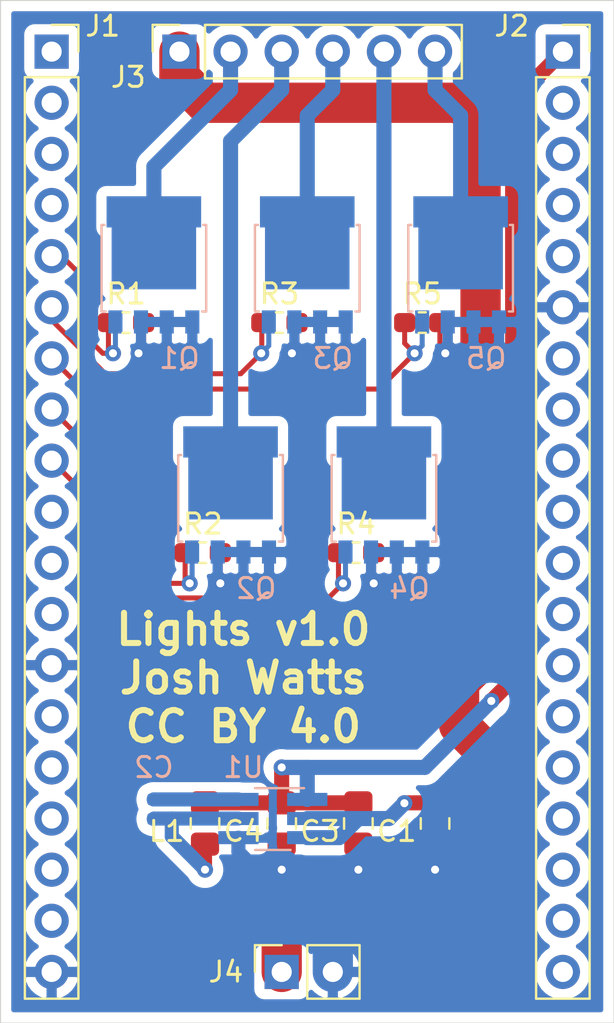
<source format=kicad_pcb>
(kicad_pcb (version 20171130) (host pcbnew 5.1.6-c6e7f7d~86~ubuntu18.04.1)

  (general
    (thickness 1.6)
    (drawings 8)
    (tracks 140)
    (zones 0)
    (modules 20)
    (nets 45)
  )

  (page A4)
  (layers
    (0 F.Cu signal)
    (31 B.Cu signal)
    (32 B.Adhes user hide)
    (33 F.Adhes user hide)
    (34 B.Paste user hide)
    (35 F.Paste user hide)
    (36 B.SilkS user)
    (37 F.SilkS user)
    (38 B.Mask user hide)
    (39 F.Mask user hide)
    (40 Dwgs.User user hide)
    (41 Cmts.User user hide)
    (42 Eco1.User user hide)
    (43 Eco2.User user hide)
    (44 Edge.Cuts user)
    (45 Margin user hide)
    (46 B.CrtYd user hide)
    (47 F.CrtYd user hide)
    (48 B.Fab user hide)
    (49 F.Fab user hide)
  )

  (setup
    (last_trace_width 0.25)
    (user_trace_width 2)
    (trace_clearance 0.2)
    (zone_clearance 0.508)
    (zone_45_only no)
    (trace_min 0.2)
    (via_size 0.8)
    (via_drill 0.4)
    (via_min_size 0.4)
    (via_min_drill 0.3)
    (uvia_size 0.3)
    (uvia_drill 0.1)
    (uvias_allowed no)
    (uvia_min_size 0.2)
    (uvia_min_drill 0.1)
    (edge_width 0.05)
    (segment_width 0.2)
    (pcb_text_width 0.3)
    (pcb_text_size 1.5 1.5)
    (mod_edge_width 0.12)
    (mod_text_size 1 1)
    (mod_text_width 0.15)
    (pad_size 1.524 1.524)
    (pad_drill 0.762)
    (pad_to_mask_clearance 0.05)
    (aux_axis_origin 0 0)
    (visible_elements FFFFFF7F)
    (pcbplotparams
      (layerselection 0x010fc_ffffffff)
      (usegerberextensions false)
      (usegerberattributes true)
      (usegerberadvancedattributes true)
      (creategerberjobfile true)
      (excludeedgelayer true)
      (linewidth 0.100000)
      (plotframeref false)
      (viasonmask false)
      (mode 1)
      (useauxorigin false)
      (hpglpennumber 1)
      (hpglpenspeed 20)
      (hpglpendiameter 15.000000)
      (psnegative false)
      (psa4output false)
      (plotreference true)
      (plotvalue true)
      (plotinvisibletext false)
      (padsonsilk false)
      (subtractmaskfromsilk false)
      (outputformat 1)
      (mirror false)
      (drillshape 1)
      (scaleselection 1)
      (outputdirectory ""))
  )

  (net 0 "")
  (net 1 GND)
  (net 2 +24V)
  (net 3 "Net-(C2-Pad1)")
  (net 4 +5V)
  (net 5 "Net-(J1-Pad18)")
  (net 6 "Net-(J1-Pad17)")
  (net 7 "Net-(J1-Pad16)")
  (net 8 "Net-(J1-Pad15)")
  (net 9 "Net-(J1-Pad14)")
  (net 10 "Net-(J1-Pad12)")
  (net 11 "Net-(J1-Pad11)")
  (net 12 "Net-(J1-Pad10)")
  (net 13 /CH4)
  (net 14 /CH3)
  (net 15 /CH2)
  (net 16 /CH1)
  (net 17 /CH0)
  (net 18 "Net-(J1-Pad4)")
  (net 19 "Net-(J1-Pad3)")
  (net 20 "Net-(J1-Pad2)")
  (net 21 "Net-(J1-Pad1)")
  (net 22 "Net-(J2-Pad19)")
  (net 23 "Net-(J2-Pad18)")
  (net 24 "Net-(J2-Pad17)")
  (net 25 "Net-(J2-Pad16)")
  (net 26 "Net-(J2-Pad15)")
  (net 27 "Net-(J2-Pad14)")
  (net 28 "Net-(J2-Pad13)")
  (net 29 "Net-(J2-Pad12)")
  (net 30 "Net-(J2-Pad11)")
  (net 31 "Net-(J2-Pad10)")
  (net 32 "Net-(J2-Pad9)")
  (net 33 "Net-(J2-Pad8)")
  (net 34 "Net-(J2-Pad7)")
  (net 35 "Net-(J2-Pad5)")
  (net 36 "Net-(J2-Pad4)")
  (net 37 "Net-(J2-Pad3)")
  (net 38 "Net-(J2-Pad2)")
  (net 39 /LED_CH4)
  (net 40 /LED_CH3)
  (net 41 /LED_CH2)
  (net 42 /LED_CH1)
  (net 43 /LED_CH0)
  (net 44 /SW_5V)

  (net_class Default "This is the default net class."
    (clearance 0.2)
    (trace_width 0.25)
    (via_dia 0.8)
    (via_drill 0.4)
    (uvia_dia 0.3)
    (uvia_drill 0.1)
    (add_net /CH0)
    (add_net /CH1)
    (add_net /CH2)
    (add_net /CH3)
    (add_net /CH4)
    (add_net GND)
    (add_net "Net-(C2-Pad1)")
    (add_net "Net-(J1-Pad1)")
    (add_net "Net-(J1-Pad10)")
    (add_net "Net-(J1-Pad11)")
    (add_net "Net-(J1-Pad12)")
    (add_net "Net-(J1-Pad14)")
    (add_net "Net-(J1-Pad15)")
    (add_net "Net-(J1-Pad16)")
    (add_net "Net-(J1-Pad17)")
    (add_net "Net-(J1-Pad18)")
    (add_net "Net-(J1-Pad2)")
    (add_net "Net-(J1-Pad3)")
    (add_net "Net-(J1-Pad4)")
    (add_net "Net-(J2-Pad10)")
    (add_net "Net-(J2-Pad11)")
    (add_net "Net-(J2-Pad12)")
    (add_net "Net-(J2-Pad13)")
    (add_net "Net-(J2-Pad14)")
    (add_net "Net-(J2-Pad15)")
    (add_net "Net-(J2-Pad16)")
    (add_net "Net-(J2-Pad17)")
    (add_net "Net-(J2-Pad18)")
    (add_net "Net-(J2-Pad19)")
    (add_net "Net-(J2-Pad2)")
    (add_net "Net-(J2-Pad3)")
    (add_net "Net-(J2-Pad4)")
    (add_net "Net-(J2-Pad5)")
    (add_net "Net-(J2-Pad7)")
    (add_net "Net-(J2-Pad8)")
    (add_net "Net-(J2-Pad9)")
  )

  (net_class Power ""
    (clearance 0.2)
    (trace_width 0.75)
    (via_dia 0.8)
    (via_drill 0.4)
    (uvia_dia 0.3)
    (uvia_drill 0.1)
    (add_net +24V)
    (add_net +5V)
    (add_net /LED_CH0)
    (add_net /LED_CH1)
    (add_net /LED_CH2)
    (add_net /LED_CH3)
    (add_net /LED_CH4)
    (add_net /SW_5V)
  )

  (module Connector_PinSocket_2.54mm:PinSocket_1x19_P2.54mm_Vertical (layer F.Cu) (tedit 5A19A430) (tstamp 5EC6EDAE)
    (at 73.66 54.61)
    (descr "Through hole straight socket strip, 1x19, 2.54mm pitch, single row (from Kicad 4.0.7), script generated")
    (tags "Through hole socket strip THT 1x19 2.54mm single row")
    (path /5EC80CDE)
    (fp_text reference J2 (at -2.54 -1.27) (layer F.SilkS)
      (effects (font (size 1 1) (thickness 0.15)))
    )
    (fp_text value Conn_01x19 (at 0 48.49) (layer F.Fab)
      (effects (font (size 1 1) (thickness 0.15)))
    )
    (fp_line (start -1.27 -1.27) (end 0.635 -1.27) (layer F.Fab) (width 0.1))
    (fp_line (start 0.635 -1.27) (end 1.27 -0.635) (layer F.Fab) (width 0.1))
    (fp_line (start 1.27 -0.635) (end 1.27 46.99) (layer F.Fab) (width 0.1))
    (fp_line (start 1.27 46.99) (end -1.27 46.99) (layer F.Fab) (width 0.1))
    (fp_line (start -1.27 46.99) (end -1.27 -1.27) (layer F.Fab) (width 0.1))
    (fp_line (start -1.33 1.27) (end 1.33 1.27) (layer F.SilkS) (width 0.12))
    (fp_line (start -1.33 1.27) (end -1.33 47.05) (layer F.SilkS) (width 0.12))
    (fp_line (start -1.33 47.05) (end 1.33 47.05) (layer F.SilkS) (width 0.12))
    (fp_line (start 1.33 1.27) (end 1.33 47.05) (layer F.SilkS) (width 0.12))
    (fp_line (start 1.33 -1.33) (end 1.33 0) (layer F.SilkS) (width 0.12))
    (fp_line (start 0 -1.33) (end 1.33 -1.33) (layer F.SilkS) (width 0.12))
    (fp_line (start -1.8 -1.8) (end 1.75 -1.8) (layer F.CrtYd) (width 0.05))
    (fp_line (start 1.75 -1.8) (end 1.75 47.5) (layer F.CrtYd) (width 0.05))
    (fp_line (start 1.75 47.5) (end -1.8 47.5) (layer F.CrtYd) (width 0.05))
    (fp_line (start -1.8 47.5) (end -1.8 -1.8) (layer F.CrtYd) (width 0.05))
    (fp_text user %R (at 0 22.86 90) (layer F.Fab)
      (effects (font (size 1 1) (thickness 0.15)))
    )
    (pad 19 thru_hole oval (at 0 45.72) (size 1.7 1.7) (drill 1) (layers *.Cu *.Mask)
      (net 22 "Net-(J2-Pad19)"))
    (pad 18 thru_hole oval (at 0 43.18) (size 1.7 1.7) (drill 1) (layers *.Cu *.Mask)
      (net 23 "Net-(J2-Pad18)"))
    (pad 17 thru_hole oval (at 0 40.64) (size 1.7 1.7) (drill 1) (layers *.Cu *.Mask)
      (net 24 "Net-(J2-Pad17)"))
    (pad 16 thru_hole oval (at 0 38.1) (size 1.7 1.7) (drill 1) (layers *.Cu *.Mask)
      (net 25 "Net-(J2-Pad16)"))
    (pad 15 thru_hole oval (at 0 35.56) (size 1.7 1.7) (drill 1) (layers *.Cu *.Mask)
      (net 26 "Net-(J2-Pad15)"))
    (pad 14 thru_hole oval (at 0 33.02) (size 1.7 1.7) (drill 1) (layers *.Cu *.Mask)
      (net 27 "Net-(J2-Pad14)"))
    (pad 13 thru_hole oval (at 0 30.48) (size 1.7 1.7) (drill 1) (layers *.Cu *.Mask)
      (net 28 "Net-(J2-Pad13)"))
    (pad 12 thru_hole oval (at 0 27.94) (size 1.7 1.7) (drill 1) (layers *.Cu *.Mask)
      (net 29 "Net-(J2-Pad12)"))
    (pad 11 thru_hole oval (at 0 25.4) (size 1.7 1.7) (drill 1) (layers *.Cu *.Mask)
      (net 30 "Net-(J2-Pad11)"))
    (pad 10 thru_hole oval (at 0 22.86) (size 1.7 1.7) (drill 1) (layers *.Cu *.Mask)
      (net 31 "Net-(J2-Pad10)"))
    (pad 9 thru_hole oval (at 0 20.32) (size 1.7 1.7) (drill 1) (layers *.Cu *.Mask)
      (net 32 "Net-(J2-Pad9)"))
    (pad 8 thru_hole oval (at 0 17.78) (size 1.7 1.7) (drill 1) (layers *.Cu *.Mask)
      (net 33 "Net-(J2-Pad8)"))
    (pad 7 thru_hole oval (at 0 15.24) (size 1.7 1.7) (drill 1) (layers *.Cu *.Mask)
      (net 34 "Net-(J2-Pad7)"))
    (pad 6 thru_hole oval (at 0 12.7) (size 1.7 1.7) (drill 1) (layers *.Cu *.Mask)
      (net 1 GND))
    (pad 5 thru_hole oval (at 0 10.16) (size 1.7 1.7) (drill 1) (layers *.Cu *.Mask)
      (net 35 "Net-(J2-Pad5)"))
    (pad 4 thru_hole oval (at 0 7.62) (size 1.7 1.7) (drill 1) (layers *.Cu *.Mask)
      (net 36 "Net-(J2-Pad4)"))
    (pad 3 thru_hole oval (at 0 5.08) (size 1.7 1.7) (drill 1) (layers *.Cu *.Mask)
      (net 37 "Net-(J2-Pad3)"))
    (pad 2 thru_hole oval (at 0 2.54) (size 1.7 1.7) (drill 1) (layers *.Cu *.Mask)
      (net 38 "Net-(J2-Pad2)"))
    (pad 1 thru_hole rect (at 0 0) (size 1.7 1.7) (drill 1) (layers *.Cu *.Mask)
      (net 4 +5V))
    (model ${KISYS3DMOD}/Connector_PinSocket_2.54mm.3dshapes/PinSocket_1x19_P2.54mm_Vertical.wrl
      (at (xyz 0 0 0))
      (scale (xyz 1 1 1))
      (rotate (xyz 0 0 0))
    )
  )

  (module Package_TO_SOT_SMD:TSOT-23-6_HandSoldering (layer B.Cu) (tedit 5A02FF57) (tstamp 5EC714B6)
    (at 59.25 92.71 180)
    (descr "6-pin TSOT23 package, http://cds.linear.com/docs/en/packaging/SOT_6_05-08-1636.pdf")
    (tags "TSOT-23-6 MK06A TSOT-6 Hand-soldering")
    (path /5EC7E562)
    (attr smd)
    (fp_text reference U1 (at 1.465 2.54 180) (layer B.SilkS)
      (effects (font (size 1 1) (thickness 0.15)) (justify mirror))
    )
    (fp_text value AP63205 (at 0 -2.5 180) (layer B.Fab)
      (effects (font (size 1 1) (thickness 0.15)) (justify mirror))
    )
    (fp_line (start -0.88 -1.56) (end 0.88 -1.56) (layer B.SilkS) (width 0.12))
    (fp_line (start 0.88 1.51) (end -1.55 1.51) (layer B.SilkS) (width 0.12))
    (fp_line (start -0.88 1) (end -0.43 1.45) (layer B.Fab) (width 0.1))
    (fp_line (start 0.88 1.45) (end -0.43 1.45) (layer B.Fab) (width 0.1))
    (fp_line (start -0.88 1) (end -0.88 -1.45) (layer B.Fab) (width 0.1))
    (fp_line (start 0.88 -1.45) (end -0.88 -1.45) (layer B.Fab) (width 0.1))
    (fp_line (start 0.88 1.45) (end 0.88 -1.45) (layer B.Fab) (width 0.1))
    (fp_line (start -2.96 1.7) (end 2.96 1.7) (layer B.CrtYd) (width 0.05))
    (fp_line (start -2.96 1.7) (end -2.96 -1.7) (layer B.CrtYd) (width 0.05))
    (fp_line (start 2.96 -1.7) (end 2.96 1.7) (layer B.CrtYd) (width 0.05))
    (fp_line (start 2.96 -1.7) (end -2.96 -1.7) (layer B.CrtYd) (width 0.05))
    (fp_text user %R (at 0 0 90) (layer B.Fab)
      (effects (font (size 0.5 0.5) (thickness 0.075)) (justify mirror))
    )
    (pad 6 smd rect (at 1.71 0.95 180) (size 2 0.65) (layers B.Cu B.Paste B.Mask)
      (net 3 "Net-(C2-Pad1)"))
    (pad 5 smd rect (at 1.71 0 180) (size 2 0.65) (layers B.Cu B.Paste B.Mask)
      (net 44 /SW_5V))
    (pad 4 smd rect (at 1.71 -0.95 180) (size 2 0.65) (layers B.Cu B.Paste B.Mask)
      (net 1 GND))
    (pad 3 smd rect (at -1.71 -0.95 180) (size 2 0.65) (layers B.Cu B.Paste B.Mask)
      (net 2 +24V))
    (pad 2 smd rect (at -1.71 0 180) (size 2 0.65) (layers B.Cu B.Paste B.Mask)
      (net 2 +24V))
    (pad 1 smd rect (at -1.71 0.95 180) (size 2 0.65) (layers B.Cu B.Paste B.Mask)
      (net 4 +5V))
    (model ${KISYS3DMOD}/Package_TO_SOT_SMD.3dshapes/TSOT-23-6.wrl
      (at (xyz 0 0 0))
      (scale (xyz 1 1 1))
      (rotate (xyz 0 0 0))
    )
  )

  (module Resistor_SMD:R_0603_1608Metric_Pad1.05x0.95mm_HandSolder (layer F.Cu) (tedit 5B301BBD) (tstamp 5EC6EAA8)
    (at 66.675 68.072)
    (descr "Resistor SMD 0603 (1608 Metric), square (rectangular) end terminal, IPC_7351 nominal with elongated pad for handsoldering. (Body size source: http://www.tortai-tech.com/upload/download/2011102023233369053.pdf), generated with kicad-footprint-generator")
    (tags "resistor handsolder")
    (path /5EC6F44C)
    (attr smd)
    (fp_text reference R5 (at 0 -1.43) (layer F.SilkS)
      (effects (font (size 1 1) (thickness 0.15)))
    )
    (fp_text value 1k (at 0 1.43) (layer F.Fab)
      (effects (font (size 1 1) (thickness 0.15)))
    )
    (fp_line (start -0.8 0.4) (end -0.8 -0.4) (layer F.Fab) (width 0.1))
    (fp_line (start -0.8 -0.4) (end 0.8 -0.4) (layer F.Fab) (width 0.1))
    (fp_line (start 0.8 -0.4) (end 0.8 0.4) (layer F.Fab) (width 0.1))
    (fp_line (start 0.8 0.4) (end -0.8 0.4) (layer F.Fab) (width 0.1))
    (fp_line (start -0.171267 -0.51) (end 0.171267 -0.51) (layer F.SilkS) (width 0.12))
    (fp_line (start -0.171267 0.51) (end 0.171267 0.51) (layer F.SilkS) (width 0.12))
    (fp_line (start -1.65 0.73) (end -1.65 -0.73) (layer F.CrtYd) (width 0.05))
    (fp_line (start -1.65 -0.73) (end 1.65 -0.73) (layer F.CrtYd) (width 0.05))
    (fp_line (start 1.65 -0.73) (end 1.65 0.73) (layer F.CrtYd) (width 0.05))
    (fp_line (start 1.65 0.73) (end -1.65 0.73) (layer F.CrtYd) (width 0.05))
    (fp_text user %R (at 0 0) (layer F.Fab)
      (effects (font (size 0.4 0.4) (thickness 0.06)))
    )
    (pad 2 smd roundrect (at 0.875 0) (size 1.05 0.95) (layers F.Cu F.Paste F.Mask) (roundrect_rratio 0.25)
      (net 1 GND))
    (pad 1 smd roundrect (at -0.875 0) (size 1.05 0.95) (layers F.Cu F.Paste F.Mask) (roundrect_rratio 0.25)
      (net 13 /CH4))
    (model ${KISYS3DMOD}/Resistor_SMD.3dshapes/R_0603_1608Metric.wrl
      (at (xyz 0 0 0))
      (scale (xyz 1 1 1))
      (rotate (xyz 0 0 0))
    )
  )

  (module Resistor_SMD:R_0603_1608Metric_Pad1.05x0.95mm_HandSolder (layer F.Cu) (tedit 5B301BBD) (tstamp 5EC6E91C)
    (at 63.387 79.502)
    (descr "Resistor SMD 0603 (1608 Metric), square (rectangular) end terminal, IPC_7351 nominal with elongated pad for handsoldering. (Body size source: http://www.tortai-tech.com/upload/download/2011102023233369053.pdf), generated with kicad-footprint-generator")
    (tags "resistor handsolder")
    (path /5EC6F412)
    (attr smd)
    (fp_text reference R4 (at 0 -1.43) (layer F.SilkS)
      (effects (font (size 1 1) (thickness 0.15)))
    )
    (fp_text value 1k (at 0 1.43) (layer F.Fab)
      (effects (font (size 1 1) (thickness 0.15)))
    )
    (fp_line (start -0.8 0.4) (end -0.8 -0.4) (layer F.Fab) (width 0.1))
    (fp_line (start -0.8 -0.4) (end 0.8 -0.4) (layer F.Fab) (width 0.1))
    (fp_line (start 0.8 -0.4) (end 0.8 0.4) (layer F.Fab) (width 0.1))
    (fp_line (start 0.8 0.4) (end -0.8 0.4) (layer F.Fab) (width 0.1))
    (fp_line (start -0.171267 -0.51) (end 0.171267 -0.51) (layer F.SilkS) (width 0.12))
    (fp_line (start -0.171267 0.51) (end 0.171267 0.51) (layer F.SilkS) (width 0.12))
    (fp_line (start -1.65 0.73) (end -1.65 -0.73) (layer F.CrtYd) (width 0.05))
    (fp_line (start -1.65 -0.73) (end 1.65 -0.73) (layer F.CrtYd) (width 0.05))
    (fp_line (start 1.65 -0.73) (end 1.65 0.73) (layer F.CrtYd) (width 0.05))
    (fp_line (start 1.65 0.73) (end -1.65 0.73) (layer F.CrtYd) (width 0.05))
    (fp_text user %R (at 0 0) (layer F.Fab)
      (effects (font (size 0.4 0.4) (thickness 0.06)))
    )
    (pad 2 smd roundrect (at 0.875 0) (size 1.05 0.95) (layers F.Cu F.Paste F.Mask) (roundrect_rratio 0.25)
      (net 1 GND))
    (pad 1 smd roundrect (at -0.875 0) (size 1.05 0.95) (layers F.Cu F.Paste F.Mask) (roundrect_rratio 0.25)
      (net 14 /CH3))
    (model ${KISYS3DMOD}/Resistor_SMD.3dshapes/R_0603_1608Metric.wrl
      (at (xyz 0 0 0))
      (scale (xyz 1 1 1))
      (rotate (xyz 0 0 0))
    )
  )

  (module Resistor_SMD:R_0603_1608Metric_Pad1.05x0.95mm_HandSolder (layer F.Cu) (tedit 5B301BBD) (tstamp 5EC7093A)
    (at 59.577 68.072)
    (descr "Resistor SMD 0603 (1608 Metric), square (rectangular) end terminal, IPC_7351 nominal with elongated pad for handsoldering. (Body size source: http://www.tortai-tech.com/upload/download/2011102023233369053.pdf), generated with kicad-footprint-generator")
    (tags "resistor handsolder")
    (path /5EC6C349)
    (attr smd)
    (fp_text reference R3 (at 0 -1.43) (layer F.SilkS)
      (effects (font (size 1 1) (thickness 0.15)))
    )
    (fp_text value 1k (at 0 1.43) (layer F.Fab)
      (effects (font (size 1 1) (thickness 0.15)))
    )
    (fp_line (start -0.8 0.4) (end -0.8 -0.4) (layer F.Fab) (width 0.1))
    (fp_line (start -0.8 -0.4) (end 0.8 -0.4) (layer F.Fab) (width 0.1))
    (fp_line (start 0.8 -0.4) (end 0.8 0.4) (layer F.Fab) (width 0.1))
    (fp_line (start 0.8 0.4) (end -0.8 0.4) (layer F.Fab) (width 0.1))
    (fp_line (start -0.171267 -0.51) (end 0.171267 -0.51) (layer F.SilkS) (width 0.12))
    (fp_line (start -0.171267 0.51) (end 0.171267 0.51) (layer F.SilkS) (width 0.12))
    (fp_line (start -1.65 0.73) (end -1.65 -0.73) (layer F.CrtYd) (width 0.05))
    (fp_line (start -1.65 -0.73) (end 1.65 -0.73) (layer F.CrtYd) (width 0.05))
    (fp_line (start 1.65 -0.73) (end 1.65 0.73) (layer F.CrtYd) (width 0.05))
    (fp_line (start 1.65 0.73) (end -1.65 0.73) (layer F.CrtYd) (width 0.05))
    (fp_text user %R (at 0 0) (layer F.Fab)
      (effects (font (size 0.4 0.4) (thickness 0.06)))
    )
    (pad 2 smd roundrect (at 0.875 0) (size 1.05 0.95) (layers F.Cu F.Paste F.Mask) (roundrect_rratio 0.25)
      (net 1 GND))
    (pad 1 smd roundrect (at -0.875 0) (size 1.05 0.95) (layers F.Cu F.Paste F.Mask) (roundrect_rratio 0.25)
      (net 15 /CH2))
    (model ${KISYS3DMOD}/Resistor_SMD.3dshapes/R_0603_1608Metric.wrl
      (at (xyz 0 0 0))
      (scale (xyz 1 1 1))
      (rotate (xyz 0 0 0))
    )
  )

  (module Resistor_SMD:R_0603_1608Metric_Pad1.05x0.95mm_HandSolder (layer F.Cu) (tedit 5B301BBD) (tstamp 5EC70B1C)
    (at 55.767 79.502)
    (descr "Resistor SMD 0603 (1608 Metric), square (rectangular) end terminal, IPC_7351 nominal with elongated pad for handsoldering. (Body size source: http://www.tortai-tech.com/upload/download/2011102023233369053.pdf), generated with kicad-footprint-generator")
    (tags "resistor handsolder")
    (path /5EC6957A)
    (attr smd)
    (fp_text reference R2 (at 0 -1.43) (layer F.SilkS)
      (effects (font (size 1 1) (thickness 0.15)))
    )
    (fp_text value 1k (at 0 1.43) (layer F.Fab)
      (effects (font (size 1 1) (thickness 0.15)))
    )
    (fp_line (start -0.8 0.4) (end -0.8 -0.4) (layer F.Fab) (width 0.1))
    (fp_line (start -0.8 -0.4) (end 0.8 -0.4) (layer F.Fab) (width 0.1))
    (fp_line (start 0.8 -0.4) (end 0.8 0.4) (layer F.Fab) (width 0.1))
    (fp_line (start 0.8 0.4) (end -0.8 0.4) (layer F.Fab) (width 0.1))
    (fp_line (start -0.171267 -0.51) (end 0.171267 -0.51) (layer F.SilkS) (width 0.12))
    (fp_line (start -0.171267 0.51) (end 0.171267 0.51) (layer F.SilkS) (width 0.12))
    (fp_line (start -1.65 0.73) (end -1.65 -0.73) (layer F.CrtYd) (width 0.05))
    (fp_line (start -1.65 -0.73) (end 1.65 -0.73) (layer F.CrtYd) (width 0.05))
    (fp_line (start 1.65 -0.73) (end 1.65 0.73) (layer F.CrtYd) (width 0.05))
    (fp_line (start 1.65 0.73) (end -1.65 0.73) (layer F.CrtYd) (width 0.05))
    (fp_text user %R (at 0 0) (layer F.Fab)
      (effects (font (size 0.4 0.4) (thickness 0.06)))
    )
    (pad 2 smd roundrect (at 0.875 0) (size 1.05 0.95) (layers F.Cu F.Paste F.Mask) (roundrect_rratio 0.25)
      (net 1 GND))
    (pad 1 smd roundrect (at -0.875 0) (size 1.05 0.95) (layers F.Cu F.Paste F.Mask) (roundrect_rratio 0.25)
      (net 16 /CH1))
    (model ${KISYS3DMOD}/Resistor_SMD.3dshapes/R_0603_1608Metric.wrl
      (at (xyz 0 0 0))
      (scale (xyz 1 1 1))
      (rotate (xyz 0 0 0))
    )
  )

  (module Resistor_SMD:R_0603_1608Metric_Pad1.05x0.95mm_HandSolder (layer F.Cu) (tedit 5B301BBD) (tstamp 5EC6E7F3)
    (at 51.957 68.072)
    (descr "Resistor SMD 0603 (1608 Metric), square (rectangular) end terminal, IPC_7351 nominal with elongated pad for handsoldering. (Body size source: http://www.tortai-tech.com/upload/download/2011102023233369053.pdf), generated with kicad-footprint-generator")
    (tags "resistor handsolder")
    (path /5EC61018)
    (attr smd)
    (fp_text reference R1 (at 0 -1.43) (layer F.SilkS)
      (effects (font (size 1 1) (thickness 0.15)))
    )
    (fp_text value 1k (at 0 1.43) (layer F.Fab)
      (effects (font (size 1 1) (thickness 0.15)))
    )
    (fp_line (start -0.8 0.4) (end -0.8 -0.4) (layer F.Fab) (width 0.1))
    (fp_line (start -0.8 -0.4) (end 0.8 -0.4) (layer F.Fab) (width 0.1))
    (fp_line (start 0.8 -0.4) (end 0.8 0.4) (layer F.Fab) (width 0.1))
    (fp_line (start 0.8 0.4) (end -0.8 0.4) (layer F.Fab) (width 0.1))
    (fp_line (start -0.171267 -0.51) (end 0.171267 -0.51) (layer F.SilkS) (width 0.12))
    (fp_line (start -0.171267 0.51) (end 0.171267 0.51) (layer F.SilkS) (width 0.12))
    (fp_line (start -1.65 0.73) (end -1.65 -0.73) (layer F.CrtYd) (width 0.05))
    (fp_line (start -1.65 -0.73) (end 1.65 -0.73) (layer F.CrtYd) (width 0.05))
    (fp_line (start 1.65 -0.73) (end 1.65 0.73) (layer F.CrtYd) (width 0.05))
    (fp_line (start 1.65 0.73) (end -1.65 0.73) (layer F.CrtYd) (width 0.05))
    (fp_text user %R (at 0 0) (layer F.Fab)
      (effects (font (size 0.4 0.4) (thickness 0.06)))
    )
    (pad 2 smd roundrect (at 0.875 0) (size 1.05 0.95) (layers F.Cu F.Paste F.Mask) (roundrect_rratio 0.25)
      (net 1 GND))
    (pad 1 smd roundrect (at -0.875 0) (size 1.05 0.95) (layers F.Cu F.Paste F.Mask) (roundrect_rratio 0.25)
      (net 17 /CH0))
    (model ${KISYS3DMOD}/Resistor_SMD.3dshapes/R_0603_1608Metric.wrl
      (at (xyz 0 0 0))
      (scale (xyz 1 1 1))
      (rotate (xyz 0 0 0))
    )
  )

  (module Package_TO_SOT_SMD:LFPAK56 (layer B.Cu) (tedit 5BA2E0B1) (tstamp 5EC6EA32)
    (at 68.58 65.205 90)
    (descr "LFPAK56 https://assets.nexperia.com/documents/outline-drawing/SOT669.pdf")
    (tags "LFPAK56 SOT-669 Power-SO8")
    (path /5EC6F442)
    (solder_mask_margin 0.075)
    (solder_paste_margin -0.05)
    (attr smd)
    (fp_text reference Q5 (at -4.645 1.27 180) (layer B.SilkS)
      (effects (font (size 1 1) (thickness 0.15)) (justify mirror))
    )
    (fp_text value PSMN9R5-30YLC,115 (at -0.245 -3.52 90) (layer B.Fab)
      (effects (font (size 1 1) (thickness 0.15)) (justify mirror))
    )
    (fp_line (start -2.315 -2.4) (end -2.315 -2.6) (layer B.SilkS) (width 0.12))
    (fp_line (start -2.315 -2.6) (end 1.985 -2.6) (layer B.SilkS) (width 0.12))
    (fp_line (start 1.985 -2.6) (end 1.985 -2.45) (layer B.SilkS) (width 0.12))
    (fp_line (start 1.985 2.45) (end 1.985 2.6) (layer B.SilkS) (width 0.12))
    (fp_line (start 1.985 2.6) (end -2.315 2.6) (layer B.SilkS) (width 0.12))
    (fp_line (start -2.315 2.6) (end -2.315 2.4) (layer B.SilkS) (width 0.12))
    (fp_line (start -2.215 -1.7) (end -3.215 -1.7) (layer B.Fab) (width 0.1))
    (fp_line (start -3.215 -1.7) (end -3.215 -2.15) (layer B.Fab) (width 0.1))
    (fp_line (start -3.215 -2.15) (end -2.215 -2.15) (layer B.Fab) (width 0.1))
    (fp_line (start -2.215 -0.4) (end -3.215 -0.4) (layer B.Fab) (width 0.1))
    (fp_line (start -3.215 -0.4) (end -3.215 -0.85) (layer B.Fab) (width 0.1))
    (fp_line (start -3.215 -0.85) (end -2.215 -0.85) (layer B.Fab) (width 0.1))
    (fp_line (start -2.215 0.85) (end -3.215 0.85) (layer B.Fab) (width 0.1))
    (fp_line (start -3.215 0.85) (end -3.215 0.4) (layer B.Fab) (width 0.1))
    (fp_line (start -3.215 0.4) (end -2.215 0.4) (layer B.Fab) (width 0.1))
    (fp_line (start -3.215 2.15) (end -3.215 1.65) (layer B.Fab) (width 0.1))
    (fp_line (start -3.215 2.15) (end -2.215 2.15) (layer B.Fab) (width 0.1))
    (fp_line (start -3.215 1.65) (end -2.215 1.65) (layer B.Fab) (width 0.1))
    (fp_line (start 3.185 2.2) (end 3.185 -2.2) (layer B.Fab) (width 0.1))
    (fp_line (start 3.185 -2.2) (end 1.885 -2.2) (layer B.Fab) (width 0.1))
    (fp_line (start 3.185 2.2) (end 1.885 2.2) (layer B.Fab) (width 0.1))
    (fp_line (start 1.885 2.5) (end -2.215 2.5) (layer B.Fab) (width 0.1))
    (fp_line (start -2.215 2.5) (end -2.215 -2.5) (layer B.Fab) (width 0.1))
    (fp_line (start -2.215 -2.5) (end 1.885 -2.5) (layer B.Fab) (width 0.1))
    (fp_line (start 1.885 -2.5) (end 1.885 2.5) (layer B.Fab) (width 0.1))
    (fp_line (start 3.67 2.75) (end 3.67 -2.75) (layer B.CrtYd) (width 0.05))
    (fp_line (start 3.67 2.75) (end -3.67 2.75) (layer B.CrtYd) (width 0.05))
    (fp_line (start -3.67 -2.75) (end 3.67 -2.75) (layer B.CrtYd) (width 0.05))
    (fp_line (start -3.67 -2.75) (end -3.67 2.75) (layer B.CrtYd) (width 0.05))
    (fp_text user %R (at 0 0 180) (layer B.Fab)
      (effects (font (size 1 1) (thickness 0.15)) (justify mirror))
    )
    (pad 5 smd custom (at 0.435 0 90) (size 3.3 4.2) (layers B.Cu B.Mask)
      (net 39 /LED_CH4) (solder_mask_margin 0.07) (zone_connect 2)
      (options (clearance outline) (anchor rect))
      (primitives
        (gr_poly (pts
           (xy 1.425 2.35) (xy 2.975 2.35) (xy 2.975 -2.35) (xy 1.425 -2.35)) (width 0))
      ))
    (pad "" smd rect (at 0.185 0 90) (size 0.6 0.9) (layers B.Paste))
    (pad "" smd rect (at 2.885 -0.6 180) (size 0.6 0.9) (layers B.Paste))
    (pad 4 smd rect (at -2.835 -1.91 180) (size 0.7 1.15) (layers B.Cu B.Paste B.Mask)
      (net 13 /CH4) (solder_mask_margin 0.07) (solder_paste_margin -0.05))
    (pad 3 smd rect (at -2.835 -0.64 180) (size 0.7 1.15) (layers B.Cu B.Paste B.Mask)
      (net 1 GND) (solder_mask_margin 0.07) (solder_paste_margin -0.05))
    (pad 1 smd rect (at -2.835 1.91 180) (size 0.7 1.15) (layers B.Cu B.Paste B.Mask)
      (net 1 GND) (solder_mask_margin 0.07) (solder_paste_margin -0.05))
    (pad 2 smd rect (at -2.835 0.64 180) (size 0.7 1.15) (layers B.Cu B.Paste B.Mask)
      (net 1 GND) (solder_mask_margin 0.07) (solder_paste_margin -0.05))
    (pad "" smd rect (at 2.885 0.6 180) (size 0.6 0.9) (layers B.Paste))
    (pad "" smd rect (at 2.885 -1.88 180) (size 0.6 0.9) (layers B.Paste))
    (pad "" smd rect (at 2.885 1.88 180) (size 0.6 0.9) (layers B.Paste))
    (pad "" smd rect (at -0.665 0 90) (size 0.6 0.9) (layers B.Paste))
    (pad "" smd rect (at 1.035 0 90) (size 0.6 0.9) (layers B.Paste))
    (pad "" smd rect (at 1.035 -1.15 90) (size 0.6 0.9) (layers B.Paste))
    (pad "" smd rect (at -0.665 -1.15 90) (size 0.6 0.9) (layers B.Paste))
    (pad "" smd rect (at 0.185 -1.15 90) (size 0.6 0.9) (layers B.Paste))
    (pad "" smd rect (at 1.035 1.15 90) (size 0.6 0.9) (layers B.Paste))
    (pad "" smd rect (at -0.665 1.15 90) (size 0.6 0.9) (layers B.Paste))
    (pad "" smd rect (at 0.185 1.15 90) (size 0.6 0.9) (layers B.Paste))
    (model ${KISYS3DMOD}/Package_TO_SOT_SMD.3dshapes/LFPAK56.wrl
      (at (xyz 0 0 0))
      (scale (xyz 1 1 1))
      (rotate (xyz 0 0 0))
    )
  )

  (module Package_TO_SOT_SMD:LFPAK56 (layer B.Cu) (tedit 5BA2E0B1) (tstamp 5EC6E8A6)
    (at 64.77 76.635 90)
    (descr "LFPAK56 https://assets.nexperia.com/documents/outline-drawing/SOT669.pdf")
    (tags "LFPAK56 SOT-669 Power-SO8")
    (path /5EC6F408)
    (solder_mask_margin 0.075)
    (solder_paste_margin -0.05)
    (attr smd)
    (fp_text reference Q4 (at -4.645 1.27 180) (layer B.SilkS)
      (effects (font (size 1 1) (thickness 0.15)) (justify mirror))
    )
    (fp_text value PSMN9R5-30YLC,115 (at -0.245 -3.52 180) (layer B.Fab)
      (effects (font (size 1 1) (thickness 0.15)) (justify mirror))
    )
    (fp_line (start -2.315 -2.4) (end -2.315 -2.6) (layer B.SilkS) (width 0.12))
    (fp_line (start -2.315 -2.6) (end 1.985 -2.6) (layer B.SilkS) (width 0.12))
    (fp_line (start 1.985 -2.6) (end 1.985 -2.45) (layer B.SilkS) (width 0.12))
    (fp_line (start 1.985 2.45) (end 1.985 2.6) (layer B.SilkS) (width 0.12))
    (fp_line (start 1.985 2.6) (end -2.315 2.6) (layer B.SilkS) (width 0.12))
    (fp_line (start -2.315 2.6) (end -2.315 2.4) (layer B.SilkS) (width 0.12))
    (fp_line (start -2.215 -1.7) (end -3.215 -1.7) (layer B.Fab) (width 0.1))
    (fp_line (start -3.215 -1.7) (end -3.215 -2.15) (layer B.Fab) (width 0.1))
    (fp_line (start -3.215 -2.15) (end -2.215 -2.15) (layer B.Fab) (width 0.1))
    (fp_line (start -2.215 -0.4) (end -3.215 -0.4) (layer B.Fab) (width 0.1))
    (fp_line (start -3.215 -0.4) (end -3.215 -0.85) (layer B.Fab) (width 0.1))
    (fp_line (start -3.215 -0.85) (end -2.215 -0.85) (layer B.Fab) (width 0.1))
    (fp_line (start -2.215 0.85) (end -3.215 0.85) (layer B.Fab) (width 0.1))
    (fp_line (start -3.215 0.85) (end -3.215 0.4) (layer B.Fab) (width 0.1))
    (fp_line (start -3.215 0.4) (end -2.215 0.4) (layer B.Fab) (width 0.1))
    (fp_line (start -3.215 2.15) (end -3.215 1.65) (layer B.Fab) (width 0.1))
    (fp_line (start -3.215 2.15) (end -2.215 2.15) (layer B.Fab) (width 0.1))
    (fp_line (start -3.215 1.65) (end -2.215 1.65) (layer B.Fab) (width 0.1))
    (fp_line (start 3.185 2.2) (end 3.185 -2.2) (layer B.Fab) (width 0.1))
    (fp_line (start 3.185 -2.2) (end 1.885 -2.2) (layer B.Fab) (width 0.1))
    (fp_line (start 3.185 2.2) (end 1.885 2.2) (layer B.Fab) (width 0.1))
    (fp_line (start 1.885 2.5) (end -2.215 2.5) (layer B.Fab) (width 0.1))
    (fp_line (start -2.215 2.5) (end -2.215 -2.5) (layer B.Fab) (width 0.1))
    (fp_line (start -2.215 -2.5) (end 1.885 -2.5) (layer B.Fab) (width 0.1))
    (fp_line (start 1.885 -2.5) (end 1.885 2.5) (layer B.Fab) (width 0.1))
    (fp_line (start 3.67 2.75) (end 3.67 -2.75) (layer B.CrtYd) (width 0.05))
    (fp_line (start 3.67 2.75) (end -3.67 2.75) (layer B.CrtYd) (width 0.05))
    (fp_line (start -3.67 -2.75) (end 3.67 -2.75) (layer B.CrtYd) (width 0.05))
    (fp_line (start -3.67 -2.75) (end -3.67 2.75) (layer B.CrtYd) (width 0.05))
    (fp_text user %R (at 0 0 180) (layer B.Fab)
      (effects (font (size 1 1) (thickness 0.15)) (justify mirror))
    )
    (pad 5 smd custom (at 0.435 0 90) (size 3.3 4.2) (layers B.Cu B.Mask)
      (net 40 /LED_CH3) (solder_mask_margin 0.07) (zone_connect 2)
      (options (clearance outline) (anchor rect))
      (primitives
        (gr_poly (pts
           (xy 1.425 2.35) (xy 2.975 2.35) (xy 2.975 -2.35) (xy 1.425 -2.35)) (width 0))
      ))
    (pad "" smd rect (at 0.185 0 90) (size 0.6 0.9) (layers B.Paste))
    (pad "" smd rect (at 2.885 -0.6 180) (size 0.6 0.9) (layers B.Paste))
    (pad 4 smd rect (at -2.835 -1.91 180) (size 0.7 1.15) (layers B.Cu B.Paste B.Mask)
      (net 14 /CH3) (solder_mask_margin 0.07) (solder_paste_margin -0.05))
    (pad 3 smd rect (at -2.835 -0.64 180) (size 0.7 1.15) (layers B.Cu B.Paste B.Mask)
      (net 1 GND) (solder_mask_margin 0.07) (solder_paste_margin -0.05))
    (pad 1 smd rect (at -2.835 1.91 180) (size 0.7 1.15) (layers B.Cu B.Paste B.Mask)
      (net 1 GND) (solder_mask_margin 0.07) (solder_paste_margin -0.05))
    (pad 2 smd rect (at -2.835 0.64 180) (size 0.7 1.15) (layers B.Cu B.Paste B.Mask)
      (net 1 GND) (solder_mask_margin 0.07) (solder_paste_margin -0.05))
    (pad "" smd rect (at 2.885 0.6 180) (size 0.6 0.9) (layers B.Paste))
    (pad "" smd rect (at 2.885 -1.88 180) (size 0.6 0.9) (layers B.Paste))
    (pad "" smd rect (at 2.885 1.88 180) (size 0.6 0.9) (layers B.Paste))
    (pad "" smd rect (at -0.665 0 90) (size 0.6 0.9) (layers B.Paste))
    (pad "" smd rect (at 1.035 0 90) (size 0.6 0.9) (layers B.Paste))
    (pad "" smd rect (at 1.035 -1.15 90) (size 0.6 0.9) (layers B.Paste))
    (pad "" smd rect (at -0.665 -1.15 90) (size 0.6 0.9) (layers B.Paste))
    (pad "" smd rect (at 0.185 -1.15 90) (size 0.6 0.9) (layers B.Paste))
    (pad "" smd rect (at 1.035 1.15 90) (size 0.6 0.9) (layers B.Paste))
    (pad "" smd rect (at -0.665 1.15 90) (size 0.6 0.9) (layers B.Paste))
    (pad "" smd rect (at 0.185 1.15 90) (size 0.6 0.9) (layers B.Paste))
    (model ${KISYS3DMOD}/Package_TO_SOT_SMD.3dshapes/LFPAK56.wrl
      (at (xyz 0 0 0))
      (scale (xyz 1 1 1))
      (rotate (xyz 0 0 0))
    )
  )

  (module Package_TO_SOT_SMD:LFPAK56 (layer B.Cu) (tedit 5BA2E0B1) (tstamp 5EC6868B)
    (at 60.96 65.205 90)
    (descr "LFPAK56 https://assets.nexperia.com/documents/outline-drawing/SOT669.pdf")
    (tags "LFPAK56 SOT-669 Power-SO8")
    (path /5EC6C33F)
    (solder_mask_margin 0.075)
    (solder_paste_margin -0.05)
    (attr smd)
    (fp_text reference Q3 (at -4.645 1.27) (layer B.SilkS)
      (effects (font (size 1 1) (thickness 0.15)) (justify mirror))
    )
    (fp_text value PSMN9R5-30YLC,115 (at -0.245 -3.52 270) (layer B.Fab)
      (effects (font (size 1 1) (thickness 0.15)) (justify mirror))
    )
    (fp_line (start -2.315 -2.4) (end -2.315 -2.6) (layer B.SilkS) (width 0.12))
    (fp_line (start -2.315 -2.6) (end 1.985 -2.6) (layer B.SilkS) (width 0.12))
    (fp_line (start 1.985 -2.6) (end 1.985 -2.45) (layer B.SilkS) (width 0.12))
    (fp_line (start 1.985 2.45) (end 1.985 2.6) (layer B.SilkS) (width 0.12))
    (fp_line (start 1.985 2.6) (end -2.315 2.6) (layer B.SilkS) (width 0.12))
    (fp_line (start -2.315 2.6) (end -2.315 2.4) (layer B.SilkS) (width 0.12))
    (fp_line (start -2.215 -1.7) (end -3.215 -1.7) (layer B.Fab) (width 0.1))
    (fp_line (start -3.215 -1.7) (end -3.215 -2.15) (layer B.Fab) (width 0.1))
    (fp_line (start -3.215 -2.15) (end -2.215 -2.15) (layer B.Fab) (width 0.1))
    (fp_line (start -2.215 -0.4) (end -3.215 -0.4) (layer B.Fab) (width 0.1))
    (fp_line (start -3.215 -0.4) (end -3.215 -0.85) (layer B.Fab) (width 0.1))
    (fp_line (start -3.215 -0.85) (end -2.215 -0.85) (layer B.Fab) (width 0.1))
    (fp_line (start -2.215 0.85) (end -3.215 0.85) (layer B.Fab) (width 0.1))
    (fp_line (start -3.215 0.85) (end -3.215 0.4) (layer B.Fab) (width 0.1))
    (fp_line (start -3.215 0.4) (end -2.215 0.4) (layer B.Fab) (width 0.1))
    (fp_line (start -3.215 2.15) (end -3.215 1.65) (layer B.Fab) (width 0.1))
    (fp_line (start -3.215 2.15) (end -2.215 2.15) (layer B.Fab) (width 0.1))
    (fp_line (start -3.215 1.65) (end -2.215 1.65) (layer B.Fab) (width 0.1))
    (fp_line (start 3.185 2.2) (end 3.185 -2.2) (layer B.Fab) (width 0.1))
    (fp_line (start 3.185 -2.2) (end 1.885 -2.2) (layer B.Fab) (width 0.1))
    (fp_line (start 3.185 2.2) (end 1.885 2.2) (layer B.Fab) (width 0.1))
    (fp_line (start 1.885 2.5) (end -2.215 2.5) (layer B.Fab) (width 0.1))
    (fp_line (start -2.215 2.5) (end -2.215 -2.5) (layer B.Fab) (width 0.1))
    (fp_line (start -2.215 -2.5) (end 1.885 -2.5) (layer B.Fab) (width 0.1))
    (fp_line (start 1.885 -2.5) (end 1.885 2.5) (layer B.Fab) (width 0.1))
    (fp_line (start 3.67 2.75) (end 3.67 -2.75) (layer B.CrtYd) (width 0.05))
    (fp_line (start 3.67 2.75) (end -3.67 2.75) (layer B.CrtYd) (width 0.05))
    (fp_line (start -3.67 -2.75) (end 3.67 -2.75) (layer B.CrtYd) (width 0.05))
    (fp_line (start -3.67 -2.75) (end -3.67 2.75) (layer B.CrtYd) (width 0.05))
    (fp_text user %R (at 0 0 180) (layer B.Fab)
      (effects (font (size 1 1) (thickness 0.15)) (justify mirror))
    )
    (pad 5 smd custom (at 0.435 0 90) (size 3.3 4.2) (layers B.Cu B.Mask)
      (net 41 /LED_CH2) (solder_mask_margin 0.07) (zone_connect 2)
      (options (clearance outline) (anchor rect))
      (primitives
        (gr_poly (pts
           (xy 1.425 2.35) (xy 2.975 2.35) (xy 2.975 -2.35) (xy 1.425 -2.35)) (width 0))
      ))
    (pad "" smd rect (at 0.185 0 90) (size 0.6 0.9) (layers B.Paste))
    (pad "" smd rect (at 2.885 -0.6 180) (size 0.6 0.9) (layers B.Paste))
    (pad 4 smd rect (at -2.835 -1.91 180) (size 0.7 1.15) (layers B.Cu B.Paste B.Mask)
      (net 15 /CH2) (solder_mask_margin 0.07) (solder_paste_margin -0.05))
    (pad 3 smd rect (at -2.835 -0.64 180) (size 0.7 1.15) (layers B.Cu B.Paste B.Mask)
      (net 1 GND) (solder_mask_margin 0.07) (solder_paste_margin -0.05))
    (pad 1 smd rect (at -2.835 1.91 180) (size 0.7 1.15) (layers B.Cu B.Paste B.Mask)
      (net 1 GND) (solder_mask_margin 0.07) (solder_paste_margin -0.05))
    (pad 2 smd rect (at -2.835 0.64 180) (size 0.7 1.15) (layers B.Cu B.Paste B.Mask)
      (net 1 GND) (solder_mask_margin 0.07) (solder_paste_margin -0.05))
    (pad "" smd rect (at 2.885 0.6 180) (size 0.6 0.9) (layers B.Paste))
    (pad "" smd rect (at 2.885 -1.88 180) (size 0.6 0.9) (layers B.Paste))
    (pad "" smd rect (at 2.885 1.88 180) (size 0.6 0.9) (layers B.Paste))
    (pad "" smd rect (at -0.665 0 90) (size 0.6 0.9) (layers B.Paste))
    (pad "" smd rect (at 1.035 0 90) (size 0.6 0.9) (layers B.Paste))
    (pad "" smd rect (at 1.035 -1.15 90) (size 0.6 0.9) (layers B.Paste))
    (pad "" smd rect (at -0.665 -1.15 90) (size 0.6 0.9) (layers B.Paste))
    (pad "" smd rect (at 0.185 -1.15 90) (size 0.6 0.9) (layers B.Paste))
    (pad "" smd rect (at 1.035 1.15 90) (size 0.6 0.9) (layers B.Paste))
    (pad "" smd rect (at -0.665 1.15 90) (size 0.6 0.9) (layers B.Paste))
    (pad "" smd rect (at 0.185 1.15 90) (size 0.6 0.9) (layers B.Paste))
    (model ${KISYS3DMOD}/Package_TO_SOT_SMD.3dshapes/LFPAK56.wrl
      (at (xyz 0 0 0))
      (scale (xyz 1 1 1))
      (rotate (xyz 0 0 0))
    )
  )

  (module Package_TO_SOT_SMD:LFPAK56 (layer B.Cu) (tedit 5BA2E0B1) (tstamp 5EC70A85)
    (at 57.15 76.635 90)
    (descr "LFPAK56 https://assets.nexperia.com/documents/outline-drawing/SOT669.pdf")
    (tags "LFPAK56 SOT-669 Power-SO8")
    (path /5EC69570)
    (solder_mask_margin 0.075)
    (solder_paste_margin -0.05)
    (attr smd)
    (fp_text reference Q2 (at -4.645 1.27) (layer B.SilkS)
      (effects (font (size 1 1) (thickness 0.15)) (justify mirror))
    )
    (fp_text value PSMN9R5-30YLC,115 (at -0.245 -3.52 270) (layer B.Fab)
      (effects (font (size 1 1) (thickness 0.15)) (justify mirror))
    )
    (fp_line (start -2.315 -2.4) (end -2.315 -2.6) (layer B.SilkS) (width 0.12))
    (fp_line (start -2.315 -2.6) (end 1.985 -2.6) (layer B.SilkS) (width 0.12))
    (fp_line (start 1.985 -2.6) (end 1.985 -2.45) (layer B.SilkS) (width 0.12))
    (fp_line (start 1.985 2.45) (end 1.985 2.6) (layer B.SilkS) (width 0.12))
    (fp_line (start 1.985 2.6) (end -2.315 2.6) (layer B.SilkS) (width 0.12))
    (fp_line (start -2.315 2.6) (end -2.315 2.4) (layer B.SilkS) (width 0.12))
    (fp_line (start -2.215 -1.7) (end -3.215 -1.7) (layer B.Fab) (width 0.1))
    (fp_line (start -3.215 -1.7) (end -3.215 -2.15) (layer B.Fab) (width 0.1))
    (fp_line (start -3.215 -2.15) (end -2.215 -2.15) (layer B.Fab) (width 0.1))
    (fp_line (start -2.215 -0.4) (end -3.215 -0.4) (layer B.Fab) (width 0.1))
    (fp_line (start -3.215 -0.4) (end -3.215 -0.85) (layer B.Fab) (width 0.1))
    (fp_line (start -3.215 -0.85) (end -2.215 -0.85) (layer B.Fab) (width 0.1))
    (fp_line (start -2.215 0.85) (end -3.215 0.85) (layer B.Fab) (width 0.1))
    (fp_line (start -3.215 0.85) (end -3.215 0.4) (layer B.Fab) (width 0.1))
    (fp_line (start -3.215 0.4) (end -2.215 0.4) (layer B.Fab) (width 0.1))
    (fp_line (start -3.215 2.15) (end -3.215 1.65) (layer B.Fab) (width 0.1))
    (fp_line (start -3.215 2.15) (end -2.215 2.15) (layer B.Fab) (width 0.1))
    (fp_line (start -3.215 1.65) (end -2.215 1.65) (layer B.Fab) (width 0.1))
    (fp_line (start 3.185 2.2) (end 3.185 -2.2) (layer B.Fab) (width 0.1))
    (fp_line (start 3.185 -2.2) (end 1.885 -2.2) (layer B.Fab) (width 0.1))
    (fp_line (start 3.185 2.2) (end 1.885 2.2) (layer B.Fab) (width 0.1))
    (fp_line (start 1.885 2.5) (end -2.215 2.5) (layer B.Fab) (width 0.1))
    (fp_line (start -2.215 2.5) (end -2.215 -2.5) (layer B.Fab) (width 0.1))
    (fp_line (start -2.215 -2.5) (end 1.885 -2.5) (layer B.Fab) (width 0.1))
    (fp_line (start 1.885 -2.5) (end 1.885 2.5) (layer B.Fab) (width 0.1))
    (fp_line (start 3.67 2.75) (end 3.67 -2.75) (layer B.CrtYd) (width 0.05))
    (fp_line (start 3.67 2.75) (end -3.67 2.75) (layer B.CrtYd) (width 0.05))
    (fp_line (start -3.67 -2.75) (end 3.67 -2.75) (layer B.CrtYd) (width 0.05))
    (fp_line (start -3.67 -2.75) (end -3.67 2.75) (layer B.CrtYd) (width 0.05))
    (fp_text user %R (at 0 0 180) (layer F.Fab)
      (effects (font (size 1 1) (thickness 0.15)))
    )
    (pad 5 smd custom (at 0.435 0 90) (size 3.3 4.2) (layers B.Cu B.Mask)
      (net 42 /LED_CH1) (solder_mask_margin 0.07) (zone_connect 2)
      (options (clearance outline) (anchor rect))
      (primitives
        (gr_poly (pts
           (xy 1.425 2.35) (xy 2.975 2.35) (xy 2.975 -2.35) (xy 1.425 -2.35)) (width 0))
      ))
    (pad "" smd rect (at 0.185 0 90) (size 0.6 0.9) (layers B.Paste))
    (pad "" smd rect (at 2.885 -0.6 180) (size 0.6 0.9) (layers B.Paste))
    (pad 4 smd rect (at -2.835 -1.91 180) (size 0.7 1.15) (layers B.Cu B.Paste B.Mask)
      (net 16 /CH1) (solder_mask_margin 0.07) (solder_paste_margin -0.05))
    (pad 3 smd rect (at -2.835 -0.64 180) (size 0.7 1.15) (layers B.Cu B.Paste B.Mask)
      (net 1 GND) (solder_mask_margin 0.07) (solder_paste_margin -0.05))
    (pad 1 smd rect (at -2.835 1.91 180) (size 0.7 1.15) (layers B.Cu B.Paste B.Mask)
      (net 1 GND) (solder_mask_margin 0.07) (solder_paste_margin -0.05))
    (pad 2 smd rect (at -2.835 0.64 180) (size 0.7 1.15) (layers B.Cu B.Paste B.Mask)
      (net 1 GND) (solder_mask_margin 0.07) (solder_paste_margin -0.05))
    (pad "" smd rect (at 2.885 0.6 180) (size 0.6 0.9) (layers B.Paste))
    (pad "" smd rect (at 2.885 -1.88 180) (size 0.6 0.9) (layers B.Paste))
    (pad "" smd rect (at 2.885 1.88 180) (size 0.6 0.9) (layers B.Paste))
    (pad "" smd rect (at -0.665 0 90) (size 0.6 0.9) (layers B.Paste))
    (pad "" smd rect (at 1.035 0 90) (size 0.6 0.9) (layers B.Paste))
    (pad "" smd rect (at 1.035 -1.15 90) (size 0.6 0.9) (layers B.Paste))
    (pad "" smd rect (at -0.665 -1.15 90) (size 0.6 0.9) (layers B.Paste))
    (pad "" smd rect (at 0.185 -1.15 90) (size 0.6 0.9) (layers B.Paste))
    (pad "" smd rect (at 1.035 1.15 90) (size 0.6 0.9) (layers B.Paste))
    (pad "" smd rect (at -0.665 1.15 90) (size 0.6 0.9) (layers B.Paste))
    (pad "" smd rect (at 0.185 1.15 90) (size 0.6 0.9) (layers B.Paste))
    (model ${KISYS3DMOD}/Package_TO_SOT_SMD.3dshapes/LFPAK56.wrl
      (at (xyz 0 0 0))
      (scale (xyz 1 1 1))
      (rotate (xyz 0 0 0))
    )
  )

  (module Package_TO_SOT_SMD:LFPAK56 (layer B.Cu) (tedit 5BA2E0B1) (tstamp 5EC6EB9A)
    (at 53.34 65.205 90)
    (descr "LFPAK56 https://assets.nexperia.com/documents/outline-drawing/SOT669.pdf")
    (tags "LFPAK56 SOT-669 Power-SO8")
    (path /5EC5D5B4)
    (solder_mask_margin 0.075)
    (solder_paste_margin -0.05)
    (attr smd)
    (fp_text reference Q1 (at -4.645 1.27) (layer B.SilkS)
      (effects (font (size 1 1) (thickness 0.15)) (justify mirror))
    )
    (fp_text value PSMN9R5-30YLC,115 (at -0.245 -3.52 270) (layer B.Fab)
      (effects (font (size 1 1) (thickness 0.15)) (justify mirror))
    )
    (fp_line (start -2.315 -2.4) (end -2.315 -2.6) (layer B.SilkS) (width 0.12))
    (fp_line (start -2.315 -2.6) (end 1.985 -2.6) (layer B.SilkS) (width 0.12))
    (fp_line (start 1.985 -2.6) (end 1.985 -2.45) (layer B.SilkS) (width 0.12))
    (fp_line (start 1.985 2.45) (end 1.985 2.6) (layer B.SilkS) (width 0.12))
    (fp_line (start 1.985 2.6) (end -2.315 2.6) (layer B.SilkS) (width 0.12))
    (fp_line (start -2.315 2.6) (end -2.315 2.4) (layer B.SilkS) (width 0.12))
    (fp_line (start -2.215 -1.7) (end -3.215 -1.7) (layer B.Fab) (width 0.1))
    (fp_line (start -3.215 -1.7) (end -3.215 -2.15) (layer B.Fab) (width 0.1))
    (fp_line (start -3.215 -2.15) (end -2.215 -2.15) (layer B.Fab) (width 0.1))
    (fp_line (start -2.215 -0.4) (end -3.215 -0.4) (layer B.Fab) (width 0.1))
    (fp_line (start -3.215 -0.4) (end -3.215 -0.85) (layer B.Fab) (width 0.1))
    (fp_line (start -3.215 -0.85) (end -2.215 -0.85) (layer B.Fab) (width 0.1))
    (fp_line (start -2.215 0.85) (end -3.215 0.85) (layer B.Fab) (width 0.1))
    (fp_line (start -3.215 0.85) (end -3.215 0.4) (layer B.Fab) (width 0.1))
    (fp_line (start -3.215 0.4) (end -2.215 0.4) (layer B.Fab) (width 0.1))
    (fp_line (start -3.215 2.15) (end -3.215 1.65) (layer B.Fab) (width 0.1))
    (fp_line (start -3.215 2.15) (end -2.215 2.15) (layer B.Fab) (width 0.1))
    (fp_line (start -3.215 1.65) (end -2.215 1.65) (layer B.Fab) (width 0.1))
    (fp_line (start 3.185 2.2) (end 3.185 -2.2) (layer B.Fab) (width 0.1))
    (fp_line (start 3.185 -2.2) (end 1.885 -2.2) (layer B.Fab) (width 0.1))
    (fp_line (start 3.185 2.2) (end 1.885 2.2) (layer B.Fab) (width 0.1))
    (fp_line (start 1.885 2.5) (end -2.215 2.5) (layer B.Fab) (width 0.1))
    (fp_line (start -2.215 2.5) (end -2.215 -2.5) (layer B.Fab) (width 0.1))
    (fp_line (start -2.215 -2.5) (end 1.885 -2.5) (layer B.Fab) (width 0.1))
    (fp_line (start 1.885 -2.5) (end 1.885 2.5) (layer B.Fab) (width 0.1))
    (fp_line (start 3.67 2.75) (end 3.67 -2.75) (layer B.CrtYd) (width 0.05))
    (fp_line (start 3.67 2.75) (end -3.67 2.75) (layer B.CrtYd) (width 0.05))
    (fp_line (start -3.67 -2.75) (end 3.67 -2.75) (layer B.CrtYd) (width 0.05))
    (fp_line (start -3.67 -2.75) (end -3.67 2.75) (layer B.CrtYd) (width 0.05))
    (fp_text user %R (at 0 0) (layer B.Fab)
      (effects (font (size 1 1) (thickness 0.15)) (justify mirror))
    )
    (pad 5 smd custom (at 0.435 0 90) (size 3.3 4.2) (layers B.Cu B.Mask)
      (net 43 /LED_CH0) (solder_mask_margin 0.07) (zone_connect 2)
      (options (clearance outline) (anchor rect))
      (primitives
        (gr_poly (pts
           (xy 1.425 2.35) (xy 2.975 2.35) (xy 2.975 -2.35) (xy 1.425 -2.35)) (width 0))
      ))
    (pad "" smd rect (at 0.185 0 90) (size 0.6 0.9) (layers B.Paste))
    (pad "" smd rect (at 2.885 -0.6 180) (size 0.6 0.9) (layers B.Paste))
    (pad 4 smd rect (at -2.835 -1.91 180) (size 0.7 1.15) (layers B.Cu B.Paste B.Mask)
      (net 17 /CH0) (solder_mask_margin 0.07) (solder_paste_margin -0.05))
    (pad 3 smd rect (at -2.835 -0.64 180) (size 0.7 1.15) (layers B.Cu B.Paste B.Mask)
      (net 1 GND) (solder_mask_margin 0.07) (solder_paste_margin -0.05))
    (pad 1 smd rect (at -2.835 1.91 180) (size 0.7 1.15) (layers B.Cu B.Paste B.Mask)
      (net 1 GND) (solder_mask_margin 0.07) (solder_paste_margin -0.05))
    (pad 2 smd rect (at -2.835 0.64 180) (size 0.7 1.15) (layers B.Cu B.Paste B.Mask)
      (net 1 GND) (solder_mask_margin 0.07) (solder_paste_margin -0.05))
    (pad "" smd rect (at 2.885 0.6 180) (size 0.6 0.9) (layers B.Paste))
    (pad "" smd rect (at 2.885 -1.88 180) (size 0.6 0.9) (layers B.Paste))
    (pad "" smd rect (at 2.885 1.88 180) (size 0.6 0.9) (layers B.Paste))
    (pad "" smd rect (at -0.665 0 90) (size 0.6 0.9) (layers B.Paste))
    (pad "" smd rect (at 1.035 0 90) (size 0.6 0.9) (layers B.Paste))
    (pad "" smd rect (at 1.035 -1.15 90) (size 0.6 0.9) (layers B.Paste))
    (pad "" smd rect (at -0.665 -1.15 90) (size 0.6 0.9) (layers B.Paste))
    (pad "" smd rect (at 0.185 -1.15 90) (size 0.6 0.9) (layers B.Paste))
    (pad "" smd rect (at 1.035 1.15 90) (size 0.6 0.9) (layers B.Paste))
    (pad "" smd rect (at -0.665 1.15 90) (size 0.6 0.9) (layers B.Paste))
    (pad "" smd rect (at 0.185 1.15 90) (size 0.6 0.9) (layers B.Paste))
    (model ${KISYS3DMOD}/Package_TO_SOT_SMD.3dshapes/LFPAK56.wrl
      (at (xyz 0 0 0))
      (scale (xyz 1 1 1))
      (rotate (xyz 0 0 0))
    )
  )

  (module Inductor_SMD:L_0805_2012Metric_Pad1.15x1.40mm_HandSolder (layer F.Cu) (tedit 5B36C52B) (tstamp 5EC713F7)
    (at 55.88 92.955 270)
    (descr "Capacitor SMD 0805 (2012 Metric), square (rectangular) end terminal, IPC_7351 nominal with elongated pad for handsoldering. (Body size source: https://docs.google.com/spreadsheets/d/1BsfQQcO9C6DZCsRaXUlFlo91Tg2WpOkGARC1WS5S8t0/edit?usp=sharing), generated with kicad-footprint-generator")
    (tags "inductor handsolder")
    (path /5EC8E46D)
    (attr smd)
    (fp_text reference L1 (at 0.39 1.905 180) (layer F.SilkS)
      (effects (font (size 1 1) (thickness 0.15)))
    )
    (fp_text value 4.7uH (at 0 1.65 90) (layer F.Fab)
      (effects (font (size 1 1) (thickness 0.15)))
    )
    (fp_line (start -1 0.6) (end -1 -0.6) (layer F.Fab) (width 0.1))
    (fp_line (start -1 -0.6) (end 1 -0.6) (layer F.Fab) (width 0.1))
    (fp_line (start 1 -0.6) (end 1 0.6) (layer F.Fab) (width 0.1))
    (fp_line (start 1 0.6) (end -1 0.6) (layer F.Fab) (width 0.1))
    (fp_line (start -0.261252 -0.71) (end 0.261252 -0.71) (layer F.SilkS) (width 0.12))
    (fp_line (start -0.261252 0.71) (end 0.261252 0.71) (layer F.SilkS) (width 0.12))
    (fp_line (start -1.85 0.95) (end -1.85 -0.95) (layer F.CrtYd) (width 0.05))
    (fp_line (start -1.85 -0.95) (end 1.85 -0.95) (layer F.CrtYd) (width 0.05))
    (fp_line (start 1.85 -0.95) (end 1.85 0.95) (layer F.CrtYd) (width 0.05))
    (fp_line (start 1.85 0.95) (end -1.85 0.95) (layer F.CrtYd) (width 0.05))
    (fp_text user %R (at 0 0 90) (layer F.Fab)
      (effects (font (size 0.5 0.5) (thickness 0.08)))
    )
    (pad 2 smd roundrect (at 1.025 0 270) (size 1.15 1.4) (layers F.Cu F.Paste F.Mask) (roundrect_rratio 0.217391)
      (net 44 /SW_5V))
    (pad 1 smd roundrect (at -1.025 0 270) (size 1.15 1.4) (layers F.Cu F.Paste F.Mask) (roundrect_rratio 0.217391)
      (net 4 +5V))
    (model ${KISYS3DMOD}/Inductor_SMD.3dshapes/L_0805_2012Metric.wrl
      (at (xyz 0 0 0))
      (scale (xyz 1 1 1))
      (rotate (xyz 0 0 0))
    )
  )

  (module Connector_PinSocket_2.54mm:PinSocket_1x02_P2.54mm_Vertical (layer F.Cu) (tedit 5A19A420) (tstamp 5EC6F552)
    (at 59.69 100.33 90)
    (descr "Through hole straight socket strip, 1x02, 2.54mm pitch, single row (from Kicad 4.0.7), script generated")
    (tags "Through hole socket strip THT 1x02 2.54mm single row")
    (path /5EC87BE7)
    (fp_text reference J4 (at 0 -2.77 180) (layer F.SilkS)
      (effects (font (size 1 1) (thickness 0.15)))
    )
    (fp_text value Conn_01x02 (at 0 5.31 90) (layer F.Fab)
      (effects (font (size 1 1) (thickness 0.15)))
    )
    (fp_line (start -1.27 -1.27) (end 0.635 -1.27) (layer F.Fab) (width 0.1))
    (fp_line (start 0.635 -1.27) (end 1.27 -0.635) (layer F.Fab) (width 0.1))
    (fp_line (start 1.27 -0.635) (end 1.27 3.81) (layer F.Fab) (width 0.1))
    (fp_line (start 1.27 3.81) (end -1.27 3.81) (layer F.Fab) (width 0.1))
    (fp_line (start -1.27 3.81) (end -1.27 -1.27) (layer F.Fab) (width 0.1))
    (fp_line (start -1.33 1.27) (end 1.33 1.27) (layer F.SilkS) (width 0.12))
    (fp_line (start -1.33 1.27) (end -1.33 3.87) (layer F.SilkS) (width 0.12))
    (fp_line (start -1.33 3.87) (end 1.33 3.87) (layer F.SilkS) (width 0.12))
    (fp_line (start 1.33 1.27) (end 1.33 3.87) (layer F.SilkS) (width 0.12))
    (fp_line (start 1.33 -1.33) (end 1.33 0) (layer F.SilkS) (width 0.12))
    (fp_line (start 0 -1.33) (end 1.33 -1.33) (layer F.SilkS) (width 0.12))
    (fp_line (start -1.8 -1.8) (end 1.75 -1.8) (layer F.CrtYd) (width 0.05))
    (fp_line (start 1.75 -1.8) (end 1.75 4.3) (layer F.CrtYd) (width 0.05))
    (fp_line (start 1.75 4.3) (end -1.8 4.3) (layer F.CrtYd) (width 0.05))
    (fp_line (start -1.8 4.3) (end -1.8 -1.8) (layer F.CrtYd) (width 0.05))
    (fp_text user %R (at 0 1.27) (layer F.Fab)
      (effects (font (size 1 1) (thickness 0.15)))
    )
    (pad 2 thru_hole oval (at 0 2.54 90) (size 1.7 1.7) (drill 1) (layers *.Cu *.Mask)
      (net 1 GND))
    (pad 1 thru_hole rect (at 0 0 90) (size 1.7 1.7) (drill 1) (layers *.Cu *.Mask)
      (net 2 +24V))
    (model ${KISYS3DMOD}/Connector_PinSocket_2.54mm.3dshapes/PinSocket_1x02_P2.54mm_Vertical.wrl
      (at (xyz 0 0 0))
      (scale (xyz 1 1 1))
      (rotate (xyz 0 0 0))
    )
  )

  (module Connector_PinSocket_2.54mm:PinSocket_1x06_P2.54mm_Vertical (layer F.Cu) (tedit 5A19A430) (tstamp 5EC6F461)
    (at 54.61 54.61 90)
    (descr "Through hole straight socket strip, 1x06, 2.54mm pitch, single row (from Kicad 4.0.7), script generated")
    (tags "Through hole socket strip THT 1x06 2.54mm single row")
    (path /5EC85DFC)
    (fp_text reference J3 (at -1.27 -2.54 180) (layer F.SilkS)
      (effects (font (size 1 1) (thickness 0.15)))
    )
    (fp_text value Conn_01x06 (at 0 15.47 90) (layer F.Fab)
      (effects (font (size 1 1) (thickness 0.15)))
    )
    (fp_line (start -1.27 -1.27) (end 0.635 -1.27) (layer F.Fab) (width 0.1))
    (fp_line (start 0.635 -1.27) (end 1.27 -0.635) (layer F.Fab) (width 0.1))
    (fp_line (start 1.27 -0.635) (end 1.27 13.97) (layer F.Fab) (width 0.1))
    (fp_line (start 1.27 13.97) (end -1.27 13.97) (layer F.Fab) (width 0.1))
    (fp_line (start -1.27 13.97) (end -1.27 -1.27) (layer F.Fab) (width 0.1))
    (fp_line (start -1.33 1.27) (end 1.33 1.27) (layer F.SilkS) (width 0.12))
    (fp_line (start -1.33 1.27) (end -1.33 14.03) (layer F.SilkS) (width 0.12))
    (fp_line (start -1.33 14.03) (end 1.33 14.03) (layer F.SilkS) (width 0.12))
    (fp_line (start 1.33 1.27) (end 1.33 14.03) (layer F.SilkS) (width 0.12))
    (fp_line (start 1.33 -1.33) (end 1.33 0) (layer F.SilkS) (width 0.12))
    (fp_line (start 0 -1.33) (end 1.33 -1.33) (layer F.SilkS) (width 0.12))
    (fp_line (start -1.8 -1.8) (end 1.75 -1.8) (layer F.CrtYd) (width 0.05))
    (fp_line (start 1.75 -1.8) (end 1.75 14.45) (layer F.CrtYd) (width 0.05))
    (fp_line (start 1.75 14.45) (end -1.8 14.45) (layer F.CrtYd) (width 0.05))
    (fp_line (start -1.8 14.45) (end -1.8 -1.8) (layer F.CrtYd) (width 0.05))
    (fp_text user %R (at 0 6.35) (layer F.Fab)
      (effects (font (size 1 1) (thickness 0.15)))
    )
    (pad 6 thru_hole oval (at 0 12.7 90) (size 1.7 1.7) (drill 1) (layers *.Cu *.Mask)
      (net 39 /LED_CH4))
    (pad 5 thru_hole oval (at 0 10.16 90) (size 1.7 1.7) (drill 1) (layers *.Cu *.Mask)
      (net 40 /LED_CH3))
    (pad 4 thru_hole oval (at 0 7.62 90) (size 1.7 1.7) (drill 1) (layers *.Cu *.Mask)
      (net 41 /LED_CH2))
    (pad 3 thru_hole oval (at 0 5.08 90) (size 1.7 1.7) (drill 1) (layers *.Cu *.Mask)
      (net 42 /LED_CH1))
    (pad 2 thru_hole oval (at 0 2.54 90) (size 1.7 1.7) (drill 1) (layers *.Cu *.Mask)
      (net 43 /LED_CH0))
    (pad 1 thru_hole rect (at 0 0 90) (size 1.7 1.7) (drill 1) (layers *.Cu *.Mask)
      (net 2 +24V))
    (model ${KISYS3DMOD}/Connector_PinSocket_2.54mm.3dshapes/PinSocket_1x06_P2.54mm_Vertical.wrl
      (at (xyz 0 0 0))
      (scale (xyz 1 1 1))
      (rotate (xyz 0 0 0))
    )
  )

  (module Connector_PinSocket_2.54mm:PinSocket_1x19_P2.54mm_Vertical (layer F.Cu) (tedit 5A19A430) (tstamp 5EC6E728)
    (at 48.26 54.61)
    (descr "Through hole straight socket strip, 1x19, 2.54mm pitch, single row (from Kicad 4.0.7), script generated")
    (tags "Through hole socket strip THT 1x19 2.54mm single row")
    (path /5EC7F660)
    (fp_text reference J1 (at 2.54 -1.27) (layer F.SilkS)
      (effects (font (size 1 1) (thickness 0.15)))
    )
    (fp_text value Conn_01x19 (at 0 48.49) (layer F.Fab)
      (effects (font (size 1 1) (thickness 0.15)))
    )
    (fp_line (start -1.27 -1.27) (end 0.635 -1.27) (layer F.Fab) (width 0.1))
    (fp_line (start 0.635 -1.27) (end 1.27 -0.635) (layer F.Fab) (width 0.1))
    (fp_line (start 1.27 -0.635) (end 1.27 46.99) (layer F.Fab) (width 0.1))
    (fp_line (start 1.27 46.99) (end -1.27 46.99) (layer F.Fab) (width 0.1))
    (fp_line (start -1.27 46.99) (end -1.27 -1.27) (layer F.Fab) (width 0.1))
    (fp_line (start -1.33 1.27) (end 1.33 1.27) (layer F.SilkS) (width 0.12))
    (fp_line (start -1.33 1.27) (end -1.33 47.05) (layer F.SilkS) (width 0.12))
    (fp_line (start -1.33 47.05) (end 1.33 47.05) (layer F.SilkS) (width 0.12))
    (fp_line (start 1.33 1.27) (end 1.33 47.05) (layer F.SilkS) (width 0.12))
    (fp_line (start 1.33 -1.33) (end 1.33 0) (layer F.SilkS) (width 0.12))
    (fp_line (start 0 -1.33) (end 1.33 -1.33) (layer F.SilkS) (width 0.12))
    (fp_line (start -1.8 -1.8) (end 1.75 -1.8) (layer F.CrtYd) (width 0.05))
    (fp_line (start 1.75 -1.8) (end 1.75 47.5) (layer F.CrtYd) (width 0.05))
    (fp_line (start 1.75 47.5) (end -1.8 47.5) (layer F.CrtYd) (width 0.05))
    (fp_line (start -1.8 47.5) (end -1.8 -1.8) (layer F.CrtYd) (width 0.05))
    (fp_text user %R (at 0 22.86 90) (layer F.Fab)
      (effects (font (size 1 1) (thickness 0.15)))
    )
    (pad 19 thru_hole oval (at 0 45.72) (size 1.7 1.7) (drill 1) (layers *.Cu *.Mask)
      (net 1 GND))
    (pad 18 thru_hole oval (at 0 43.18) (size 1.7 1.7) (drill 1) (layers *.Cu *.Mask)
      (net 5 "Net-(J1-Pad18)"))
    (pad 17 thru_hole oval (at 0 40.64) (size 1.7 1.7) (drill 1) (layers *.Cu *.Mask)
      (net 6 "Net-(J1-Pad17)"))
    (pad 16 thru_hole oval (at 0 38.1) (size 1.7 1.7) (drill 1) (layers *.Cu *.Mask)
      (net 7 "Net-(J1-Pad16)"))
    (pad 15 thru_hole oval (at 0 35.56) (size 1.7 1.7) (drill 1) (layers *.Cu *.Mask)
      (net 8 "Net-(J1-Pad15)"))
    (pad 14 thru_hole oval (at 0 33.02) (size 1.7 1.7) (drill 1) (layers *.Cu *.Mask)
      (net 9 "Net-(J1-Pad14)"))
    (pad 13 thru_hole oval (at 0 30.48) (size 1.7 1.7) (drill 1) (layers *.Cu *.Mask)
      (net 1 GND))
    (pad 12 thru_hole oval (at 0 27.94) (size 1.7 1.7) (drill 1) (layers *.Cu *.Mask)
      (net 10 "Net-(J1-Pad12)"))
    (pad 11 thru_hole oval (at 0 25.4) (size 1.7 1.7) (drill 1) (layers *.Cu *.Mask)
      (net 11 "Net-(J1-Pad11)"))
    (pad 10 thru_hole oval (at 0 22.86) (size 1.7 1.7) (drill 1) (layers *.Cu *.Mask)
      (net 12 "Net-(J1-Pad10)"))
    (pad 9 thru_hole oval (at 0 20.32) (size 1.7 1.7) (drill 1) (layers *.Cu *.Mask)
      (net 14 /CH3))
    (pad 8 thru_hole oval (at 0 17.78) (size 1.7 1.7) (drill 1) (layers *.Cu *.Mask)
      (net 16 /CH1))
    (pad 7 thru_hole oval (at 0 15.24) (size 1.7 1.7) (drill 1) (layers *.Cu *.Mask)
      (net 13 /CH4))
    (pad 6 thru_hole oval (at 0 12.7) (size 1.7 1.7) (drill 1) (layers *.Cu *.Mask)
      (net 15 /CH2))
    (pad 5 thru_hole oval (at 0 10.16) (size 1.7 1.7) (drill 1) (layers *.Cu *.Mask)
      (net 17 /CH0))
    (pad 4 thru_hole oval (at 0 7.62) (size 1.7 1.7) (drill 1) (layers *.Cu *.Mask)
      (net 18 "Net-(J1-Pad4)"))
    (pad 3 thru_hole oval (at 0 5.08) (size 1.7 1.7) (drill 1) (layers *.Cu *.Mask)
      (net 19 "Net-(J1-Pad3)"))
    (pad 2 thru_hole oval (at 0 2.54) (size 1.7 1.7) (drill 1) (layers *.Cu *.Mask)
      (net 20 "Net-(J1-Pad2)"))
    (pad 1 thru_hole rect (at 0 0) (size 1.7 1.7) (drill 1) (layers *.Cu *.Mask)
      (net 21 "Net-(J1-Pad1)"))
    (model ${KISYS3DMOD}/Connector_PinSocket_2.54mm.3dshapes/PinSocket_1x19_P2.54mm_Vertical.wrl
      (at (xyz 0 0 0))
      (scale (xyz 1 1 1))
      (rotate (xyz 0 0 0))
    )
  )

  (module Capacitor_SMD:C_0805_2012Metric_Pad1.15x1.40mm_HandSolder (layer F.Cu) (tedit 5B36C52B) (tstamp 5EC714F0)
    (at 59.69 92.955 270)
    (descr "Capacitor SMD 0805 (2012 Metric), square (rectangular) end terminal, IPC_7351 nominal with elongated pad for handsoldering. (Body size source: https://docs.google.com/spreadsheets/d/1BsfQQcO9C6DZCsRaXUlFlo91Tg2WpOkGARC1WS5S8t0/edit?usp=sharing), generated with kicad-footprint-generator")
    (tags "capacitor handsolder")
    (path /5EC89726)
    (attr smd)
    (fp_text reference C4 (at 0.39 1.905 180) (layer F.SilkS)
      (effects (font (size 1 1) (thickness 0.15)))
    )
    (fp_text value 22uF (at 0 1.65 90) (layer F.Fab)
      (effects (font (size 1 1) (thickness 0.15)))
    )
    (fp_line (start -1 0.6) (end -1 -0.6) (layer F.Fab) (width 0.1))
    (fp_line (start -1 -0.6) (end 1 -0.6) (layer F.Fab) (width 0.1))
    (fp_line (start 1 -0.6) (end 1 0.6) (layer F.Fab) (width 0.1))
    (fp_line (start 1 0.6) (end -1 0.6) (layer F.Fab) (width 0.1))
    (fp_line (start -0.261252 -0.71) (end 0.261252 -0.71) (layer F.SilkS) (width 0.12))
    (fp_line (start -0.261252 0.71) (end 0.261252 0.71) (layer F.SilkS) (width 0.12))
    (fp_line (start -1.85 0.95) (end -1.85 -0.95) (layer F.CrtYd) (width 0.05))
    (fp_line (start -1.85 -0.95) (end 1.85 -0.95) (layer F.CrtYd) (width 0.05))
    (fp_line (start 1.85 -0.95) (end 1.85 0.95) (layer F.CrtYd) (width 0.05))
    (fp_line (start 1.85 0.95) (end -1.85 0.95) (layer F.CrtYd) (width 0.05))
    (fp_text user %R (at 0 0 90) (layer F.Fab)
      (effects (font (size 0.5 0.5) (thickness 0.08)))
    )
    (pad 2 smd roundrect (at 1.025 0 270) (size 1.15 1.4) (layers F.Cu F.Paste F.Mask) (roundrect_rratio 0.217391)
      (net 1 GND))
    (pad 1 smd roundrect (at -1.025 0 270) (size 1.15 1.4) (layers F.Cu F.Paste F.Mask) (roundrect_rratio 0.217391)
      (net 4 +5V))
    (model ${KISYS3DMOD}/Capacitor_SMD.3dshapes/C_0805_2012Metric.wrl
      (at (xyz 0 0 0))
      (scale (xyz 1 1 1))
      (rotate (xyz 0 0 0))
    )
  )

  (module Capacitor_SMD:C_0805_2012Metric_Pad1.15x1.40mm_HandSolder (layer F.Cu) (tedit 5B36C52B) (tstamp 5EC71451)
    (at 63.5 92.955 270)
    (descr "Capacitor SMD 0805 (2012 Metric), square (rectangular) end terminal, IPC_7351 nominal with elongated pad for handsoldering. (Body size source: https://docs.google.com/spreadsheets/d/1BsfQQcO9C6DZCsRaXUlFlo91Tg2WpOkGARC1WS5S8t0/edit?usp=sharing), generated with kicad-footprint-generator")
    (tags "capacitor handsolder")
    (path /5EC89EAF)
    (attr smd)
    (fp_text reference C3 (at 0.39 1.905 180) (layer F.SilkS)
      (effects (font (size 1 1) (thickness 0.15)))
    )
    (fp_text value 22uF (at 0 1.65 90) (layer F.Fab)
      (effects (font (size 1 1) (thickness 0.15)))
    )
    (fp_line (start -1 0.6) (end -1 -0.6) (layer F.Fab) (width 0.1))
    (fp_line (start -1 -0.6) (end 1 -0.6) (layer F.Fab) (width 0.1))
    (fp_line (start 1 -0.6) (end 1 0.6) (layer F.Fab) (width 0.1))
    (fp_line (start 1 0.6) (end -1 0.6) (layer F.Fab) (width 0.1))
    (fp_line (start -0.261252 -0.71) (end 0.261252 -0.71) (layer F.SilkS) (width 0.12))
    (fp_line (start -0.261252 0.71) (end 0.261252 0.71) (layer F.SilkS) (width 0.12))
    (fp_line (start -1.85 0.95) (end -1.85 -0.95) (layer F.CrtYd) (width 0.05))
    (fp_line (start -1.85 -0.95) (end 1.85 -0.95) (layer F.CrtYd) (width 0.05))
    (fp_line (start 1.85 -0.95) (end 1.85 0.95) (layer F.CrtYd) (width 0.05))
    (fp_line (start 1.85 0.95) (end -1.85 0.95) (layer F.CrtYd) (width 0.05))
    (fp_text user %R (at 0 0 90) (layer F.Fab)
      (effects (font (size 0.5 0.5) (thickness 0.08)))
    )
    (pad 2 smd roundrect (at 1.025 0 270) (size 1.15 1.4) (layers F.Cu F.Paste F.Mask) (roundrect_rratio 0.217391)
      (net 1 GND))
    (pad 1 smd roundrect (at -1.025 0 270) (size 1.15 1.4) (layers F.Cu F.Paste F.Mask) (roundrect_rratio 0.217391)
      (net 4 +5V))
    (model ${KISYS3DMOD}/Capacitor_SMD.3dshapes/C_0805_2012Metric.wrl
      (at (xyz 0 0 0))
      (scale (xyz 1 1 1))
      (rotate (xyz 0 0 0))
    )
  )

  (module Capacitor_SMD:C_0402_1005Metric (layer B.Cu) (tedit 5B301BBE) (tstamp 5EC722E3)
    (at 53.330685 92.247437 270)
    (descr "Capacitor SMD 0402 (1005 Metric), square (rectangular) end terminal, IPC_7351 nominal, (Body size source: http://www.tortai-tech.com/upload/download/2011102023233369053.pdf), generated with kicad-footprint-generator")
    (tags capacitor)
    (path /5EC89201)
    (attr smd)
    (fp_text reference C2 (at -2.077437 -0.009315) (layer B.SilkS)
      (effects (font (size 1 1) (thickness 0.15)) (justify mirror))
    )
    (fp_text value 100nF (at 0 -1.17 270) (layer B.Fab)
      (effects (font (size 1 1) (thickness 0.15)) (justify mirror))
    )
    (fp_line (start -0.5 -0.25) (end -0.5 0.25) (layer B.Fab) (width 0.1))
    (fp_line (start -0.5 0.25) (end 0.5 0.25) (layer B.Fab) (width 0.1))
    (fp_line (start 0.5 0.25) (end 0.5 -0.25) (layer B.Fab) (width 0.1))
    (fp_line (start 0.5 -0.25) (end -0.5 -0.25) (layer B.Fab) (width 0.1))
    (fp_line (start -0.93 -0.47) (end -0.93 0.47) (layer B.CrtYd) (width 0.05))
    (fp_line (start -0.93 0.47) (end 0.93 0.47) (layer B.CrtYd) (width 0.05))
    (fp_line (start 0.93 0.47) (end 0.93 -0.47) (layer B.CrtYd) (width 0.05))
    (fp_line (start 0.93 -0.47) (end -0.93 -0.47) (layer B.CrtYd) (width 0.05))
    (fp_text user %R (at 0 0 270) (layer B.Fab)
      (effects (font (size 0.25 0.25) (thickness 0.04)) (justify mirror))
    )
    (pad 2 smd roundrect (at 0.485 0 270) (size 0.59 0.64) (layers B.Cu B.Paste B.Mask) (roundrect_rratio 0.25)
      (net 44 /SW_5V))
    (pad 1 smd roundrect (at -0.485 0 270) (size 0.59 0.64) (layers B.Cu B.Paste B.Mask) (roundrect_rratio 0.25)
      (net 3 "Net-(C2-Pad1)"))
    (model ${KISYS3DMOD}/Capacitor_SMD.3dshapes/C_0402_1005Metric.wrl
      (at (xyz 0 0 0))
      (scale (xyz 1 1 1))
      (rotate (xyz 0 0 0))
    )
  )

  (module Capacitor_SMD:C_0805_2012Metric_Pad1.15x1.40mm_HandSolder (layer F.Cu) (tedit 5B36C52B) (tstamp 5EC68BC6)
    (at 67.31 92.955 270)
    (descr "Capacitor SMD 0805 (2012 Metric), square (rectangular) end terminal, IPC_7351 nominal with elongated pad for handsoldering. (Body size source: https://docs.google.com/spreadsheets/d/1BsfQQcO9C6DZCsRaXUlFlo91Tg2WpOkGARC1WS5S8t0/edit?usp=sharing), generated with kicad-footprint-generator")
    (tags "capacitor handsolder")
    (path /5EC88A0D)
    (attr smd)
    (fp_text reference C1 (at 0.39 1.905 180) (layer F.SilkS)
      (effects (font (size 1 1) (thickness 0.15)))
    )
    (fp_text value 10uF (at 0 1.65 90) (layer F.Fab)
      (effects (font (size 1 1) (thickness 0.15)))
    )
    (fp_line (start -1 0.6) (end -1 -0.6) (layer F.Fab) (width 0.1))
    (fp_line (start -1 -0.6) (end 1 -0.6) (layer F.Fab) (width 0.1))
    (fp_line (start 1 -0.6) (end 1 0.6) (layer F.Fab) (width 0.1))
    (fp_line (start 1 0.6) (end -1 0.6) (layer F.Fab) (width 0.1))
    (fp_line (start -0.261252 -0.71) (end 0.261252 -0.71) (layer F.SilkS) (width 0.12))
    (fp_line (start -0.261252 0.71) (end 0.261252 0.71) (layer F.SilkS) (width 0.12))
    (fp_line (start -1.85 0.95) (end -1.85 -0.95) (layer F.CrtYd) (width 0.05))
    (fp_line (start -1.85 -0.95) (end 1.85 -0.95) (layer F.CrtYd) (width 0.05))
    (fp_line (start 1.85 -0.95) (end 1.85 0.95) (layer F.CrtYd) (width 0.05))
    (fp_line (start 1.85 0.95) (end -1.85 0.95) (layer F.CrtYd) (width 0.05))
    (fp_text user %R (at 0 0 90) (layer F.Fab)
      (effects (font (size 0.5 0.5) (thickness 0.08)))
    )
    (pad 2 smd roundrect (at 1.025 0 270) (size 1.15 1.4) (layers F.Cu F.Paste F.Mask) (roundrect_rratio 0.217391)
      (net 1 GND))
    (pad 1 smd roundrect (at -1.025 0 270) (size 1.15 1.4) (layers F.Cu F.Paste F.Mask) (roundrect_rratio 0.217391)
      (net 2 +24V))
    (model ${KISYS3DMOD}/Capacitor_SMD.3dshapes/C_0805_2012Metric.wrl
      (at (xyz 0 0 0))
      (scale (xyz 1 1 1))
      (rotate (xyz 0 0 0))
    )
  )

  (gr_text "Lights v1.0\nJosh Watts\nCC BY 4.0" (at 57.785 85.725) (layer F.Cu) (tstamp 5EC68641)
    (effects (font (size 1.5 1.5) (thickness 0.3)))
  )
  (gr_line (start 76.2 102.87) (end 76.2 52.07) (layer Edge.Cuts) (width 0.05) (tstamp 5EC68571))
  (gr_line (start 45.72 102.87) (end 76.2 102.87) (layer Edge.Cuts) (width 0.05))
  (gr_line (start 45.72 52.07) (end 45.72 102.87) (layer Edge.Cuts) (width 0.05))
  (gr_line (start 76.2 52.07) (end 45.72 52.07) (layer Edge.Cuts) (width 0.05))
  (gr_text "Lights v1.0\nJosh Watts\nCC BY 4.0" (at 57.785 85.725) (layer F.SilkS) (tstamp 5EC68638)
    (effects (font (size 1.5 1.5) (thickness 0.3)))
  )
  (dimension 27.94 (width 0.15) (layer Dwgs.User)
    (gr_text "27.940 mm" (at 68.58 45.69) (layer Dwgs.User)
      (effects (font (size 1 1) (thickness 0.15)))
    )
    (feature1 (pts (xy 54.61 52.07) (xy 54.61 46.403579)))
    (feature2 (pts (xy 82.55 52.07) (xy 82.55 46.403579)))
    (crossbar (pts (xy 82.55 46.99) (xy 54.61 46.99)))
    (arrow1a (pts (xy 54.61 46.99) (xy 55.736504 46.403579)))
    (arrow1b (pts (xy 54.61 46.99) (xy 55.736504 47.576421)))
    (arrow2a (pts (xy 82.55 46.99) (xy 81.423496 46.403579)))
    (arrow2b (pts (xy 82.55 46.99) (xy 81.423496 47.576421)))
  )
  (dimension 50.8 (width 0.15) (layer Dwgs.User)
    (gr_text "50.800 mm" (at 83.85 77.47 90) (layer Dwgs.User)
      (effects (font (size 1 1) (thickness 0.15)))
    )
    (feature1 (pts (xy 76.2 52.07) (xy 83.136421 52.07)))
    (feature2 (pts (xy 76.2 102.87) (xy 83.136421 102.87)))
    (crossbar (pts (xy 82.55 102.87) (xy 82.55 52.07)))
    (arrow1a (pts (xy 82.55 52.07) (xy 83.136421 53.196504)))
    (arrow1b (pts (xy 82.55 52.07) (xy 81.963579 53.196504)))
    (arrow2a (pts (xy 82.55 102.87) (xy 83.136421 101.743496)))
    (arrow2b (pts (xy 82.55 102.87) (xy 81.963579 101.743496)))
  )

  (via (at 59.69 95.25) (size 0.8) (drill 0.4) (layers F.Cu B.Cu) (net 1))
  (segment (start 59.69 93.98) (end 59.69 95.25) (width 0.7) (layer F.Cu) (net 1))
  (via (at 63.5 95.25) (size 0.8) (drill 0.4) (layers F.Cu B.Cu) (net 1))
  (segment (start 63.5 93.98) (end 63.5 95.25) (width 0.7) (layer F.Cu) (net 1))
  (segment (start 67.31 93.98) (end 67.31 95.25) (width 0.7) (layer F.Cu) (net 1))
  (via (at 67.31 95.25) (size 0.8) (drill 0.4) (layers F.Cu B.Cu) (net 1))
  (segment (start 57.54 93.66) (end 57.54 94.37) (width 0.7) (layer B.Cu) (net 1))
  (segment (start 58.42 95.25) (end 59.69 95.25) (width 0.7) (layer B.Cu) (net 1))
  (segment (start 57.54 94.37) (end 58.42 95.25) (width 0.7) (layer B.Cu) (net 1))
  (segment (start 59.69 95.25) (end 63.5 95.25) (width 0.7) (layer F.Cu) (net 1))
  (segment (start 63.5 95.25) (end 67.31 95.25) (width 0.7) (layer F.Cu) (net 1))
  (segment (start 62.23 97.79) (end 59.69 95.25) (width 2) (layer B.Cu) (net 1))
  (segment (start 62.23 100.33) (end 62.23 97.79) (width 2) (layer B.Cu) (net 1))
  (segment (start 56.51 79.47) (end 56.51 80.894) (width 0.25) (layer B.Cu) (net 1))
  (via (at 56.642 81.026) (size 0.8) (drill 0.4) (layers F.Cu B.Cu) (net 1))
  (segment (start 56.51 80.894) (end 56.642 81.026) (width 0.25) (layer B.Cu) (net 1))
  (segment (start 56.642 79.502) (end 56.642 81.026) (width 0.25) (layer F.Cu) (net 1))
  (via (at 64.262 81.026) (size 0.8) (drill 0.4) (layers F.Cu B.Cu) (net 1))
  (segment (start 64.13 79.47) (end 64.13 80.894) (width 0.25) (layer B.Cu) (net 1))
  (segment (start 64.13 80.894) (end 64.262 81.026) (width 0.25) (layer B.Cu) (net 1))
  (segment (start 64.262 79.502) (end 64.262 81.026) (width 0.25) (layer F.Cu) (net 1))
  (segment (start 67.55 68.072) (end 67.55 69.328) (width 0.25) (layer F.Cu) (net 1))
  (segment (start 67.94 69.474) (end 67.818 69.596) (width 0.25) (layer B.Cu) (net 1))
  (via (at 67.818 69.596) (size 0.8) (drill 0.4) (layers F.Cu B.Cu) (net 1))
  (segment (start 67.55 69.328) (end 67.818 69.596) (width 0.25) (layer F.Cu) (net 1))
  (segment (start 67.94 68.04) (end 67.94 69.474) (width 0.25) (layer B.Cu) (net 1))
  (via (at 60.198 69.595996) (size 0.8) (drill 0.4) (layers F.Cu B.Cu) (net 1))
  (segment (start 60.452 69.341996) (end 60.198 69.595996) (width 0.25) (layer F.Cu) (net 1))
  (segment (start 60.32 68.04) (end 60.32 69.473996) (width 0.25) (layer B.Cu) (net 1))
  (segment (start 60.32 69.473996) (end 60.198 69.595996) (width 0.25) (layer B.Cu) (net 1))
  (segment (start 60.452 68.072) (end 60.452 69.341996) (width 0.25) (layer F.Cu) (net 1))
  (segment (start 52.7 69.474) (end 52.578 69.596) (width 0.25) (layer B.Cu) (net 1))
  (via (at 52.578 69.596) (size 0.8) (drill 0.4) (layers F.Cu B.Cu) (net 1))
  (segment (start 52.832 68.072) (end 52.832 69.342) (width 0.25) (layer F.Cu) (net 1))
  (segment (start 52.7 68.04) (end 52.7 69.474) (width 0.25) (layer B.Cu) (net 1))
  (segment (start 52.832 69.342) (end 52.578 69.596) (width 0.25) (layer F.Cu) (net 1))
  (segment (start 60.96 93.66) (end 62.55 93.66) (width 0.75) (layer B.Cu) (net 2))
  (segment (start 62.55 93.66) (end 63.5 92.71) (width 0.75) (layer B.Cu) (net 2))
  (segment (start 63.5 92.71) (end 60.96 92.71) (width 0.75) (layer B.Cu) (net 2))
  (segment (start 59.69 100.33) (end 59.69 97.79) (width 2) (layer F.Cu) (net 2))
  (segment (start 59.69 97.79) (end 68.58 97.79) (width 2) (layer F.Cu) (net 2))
  (segment (start 55.88 57.15) (end 68.58 57.15) (width 2) (layer F.Cu) (net 2))
  (segment (start 68.58 57.15) (end 69.56999 58.13999) (width 2) (layer F.Cu) (net 2))
  (segment (start 54.61 55.88) (end 55.88 57.15) (width 2) (layer F.Cu) (net 2))
  (segment (start 54.61 54.61) (end 54.61 55.88) (width 2) (layer F.Cu) (net 2))
  (segment (start 68.58 97.79) (end 70.104 96.266) (width 2) (layer F.Cu) (net 2))
  (segment (start 68.503999 88.061999) (end 68.503999 85.928001) (width 2) (layer F.Cu) (net 2))
  (segment (start 70.104 89.662) (end 68.503999 88.061999) (width 2) (layer F.Cu) (net 2))
  (segment (start 69.56999 84.86201) (end 69.56999 58.13999) (width 2) (layer F.Cu) (net 2))
  (segment (start 68.503999 85.928001) (end 69.56999 84.86201) (width 2) (layer F.Cu) (net 2))
  (segment (start 69.868 91.93) (end 70.104 91.694) (width 0.75) (layer F.Cu) (net 2))
  (segment (start 67.31 91.93) (end 69.868 91.93) (width 0.75) (layer F.Cu) (net 2))
  (segment (start 70.104 96.266) (end 70.104 91.694) (width 2) (layer F.Cu) (net 2))
  (segment (start 70.104 91.694) (end 70.104 89.662) (width 2) (layer F.Cu) (net 2))
  (via (at 65.786002 91.948) (size 0.8) (drill 0.4) (layers F.Cu B.Cu) (net 2))
  (segment (start 65.804002 91.93) (end 65.786002 91.948) (width 0.75) (layer F.Cu) (net 2))
  (segment (start 67.31 91.93) (end 65.804002 91.93) (width 0.75) (layer F.Cu) (net 2))
  (segment (start 65.024002 92.71) (end 65.786002 91.948) (width 0.75) (layer B.Cu) (net 2))
  (segment (start 63.5 92.71) (end 65.024002 92.71) (width 0.75) (layer B.Cu) (net 2))
  (segment (start 53.333122 91.76) (end 53.330685 91.762437) (width 0.7) (layer B.Cu) (net 3))
  (segment (start 57.54 91.76) (end 53.333122 91.76) (width 0.7) (layer B.Cu) (net 3))
  (segment (start 55.88 91.93) (end 59.69 91.93) (width 0.75) (layer F.Cu) (net 4))
  (segment (start 59.69 91.93) (end 63.5 91.93) (width 0.75) (layer F.Cu) (net 4))
  (via (at 59.69 90.17) (size 0.8) (drill 0.4) (layers F.Cu B.Cu) (net 4))
  (segment (start 59.69 91.93) (end 59.69 90.17) (width 0.75) (layer F.Cu) (net 4))
  (segment (start 60.96 91.76) (end 60.96 90.17) (width 0.75) (layer B.Cu) (net 4))
  (segment (start 60.96 90.17) (end 59.69 90.17) (width 0.75) (layer B.Cu) (net 4))
  (via (at 70.104 86.868) (size 0.8) (drill 0.4) (layers F.Cu B.Cu) (net 4))
  (segment (start 71.164499 57.105501) (end 71.164499 85.807501) (width 0.75) (layer F.Cu) (net 4))
  (segment (start 71.164499 85.807501) (end 70.104 86.868) (width 0.75) (layer F.Cu) (net 4))
  (segment (start 73.66 54.61) (end 71.164499 57.105501) (width 0.75) (layer F.Cu) (net 4))
  (segment (start 66.802 90.17) (end 70.104 86.868) (width 0.75) (layer B.Cu) (net 4))
  (segment (start 59.69 90.17) (end 66.802 90.17) (width 0.75) (layer B.Cu) (net 4))
  (segment (start 66.67 68.04) (end 66.67 69.22) (width 0.25) (layer B.Cu) (net 13))
  (segment (start 65.8 69.102) (end 66.294 69.596) (width 0.25) (layer F.Cu) (net 13))
  (segment (start 65.8 68.072) (end 65.8 69.102) (width 0.25) (layer F.Cu) (net 13))
  (segment (start 66.67 69.22) (end 66.294 69.596) (width 0.25) (layer B.Cu) (net 13))
  (via (at 66.294 69.596) (size 0.8) (drill 0.4) (layers F.Cu B.Cu) (net 13))
  (segment (start 65.894001 69.995999) (end 66.294 69.596) (width 0.25) (layer F.Cu) (net 13))
  (segment (start 64.516 71.374) (end 65.894001 69.995999) (width 0.25) (layer F.Cu) (net 13))
  (segment (start 48.26 69.85) (end 49.784 71.374) (width 0.25) (layer F.Cu) (net 13))
  (segment (start 49.784 71.374) (end 64.516 71.374) (width 0.25) (layer F.Cu) (net 13))
  (via (at 62.738 81.026) (size 0.8) (drill 0.4) (layers F.Cu B.Cu) (net 14))
  (segment (start 62.512 79.502) (end 62.512 80.8) (width 0.25) (layer F.Cu) (net 14))
  (segment (start 62.512 80.8) (end 62.738 81.026) (width 0.25) (layer F.Cu) (net 14))
  (segment (start 62.86 80.904) (end 62.738 81.026) (width 0.25) (layer B.Cu) (net 14))
  (segment (start 62.86 79.47) (end 62.86 80.904) (width 0.25) (layer B.Cu) (net 14))
  (segment (start 62.012999 81.751001) (end 62.738 81.026) (width 0.25) (layer F.Cu) (net 14))
  (segment (start 53.557001 81.751001) (end 62.012999 81.751001) (width 0.25) (layer F.Cu) (net 14))
  (segment (start 52.324 80.518) (end 53.557001 81.751001) (width 0.25) (layer F.Cu) (net 14))
  (segment (start 48.26 74.93) (end 52.324 78.994) (width 0.25) (layer F.Cu) (net 14))
  (segment (start 52.324 78.994) (end 52.324 80.518) (width 0.25) (layer F.Cu) (net 14))
  (segment (start 59.05 68.04) (end 59.05 69.22) (width 0.25) (layer B.Cu) (net 15))
  (segment (start 58.702 68.072) (end 58.702 69.568) (width 0.25) (layer F.Cu) (net 15))
  (via (at 58.674 69.596) (size 0.8) (drill 0.4) (layers F.Cu B.Cu) (net 15))
  (segment (start 59.05 69.22) (end 58.674 69.596) (width 0.25) (layer B.Cu) (net 15))
  (segment (start 58.702 69.568) (end 58.674 69.596) (width 0.25) (layer F.Cu) (net 15))
  (segment (start 57.658 70.612) (end 58.674 69.596) (width 0.25) (layer F.Cu) (net 15))
  (segment (start 50.92559 70.612) (end 57.658 70.612) (width 0.25) (layer F.Cu) (net 15))
  (segment (start 48.26 67.31) (end 48.26 67.94641) (width 0.25) (layer F.Cu) (net 15))
  (segment (start 48.26 67.94641) (end 50.92559 70.612) (width 0.25) (layer F.Cu) (net 15))
  (via (at 55.118 81.026) (size 0.8) (drill 0.4) (layers F.Cu B.Cu) (net 16))
  (segment (start 54.892 79.502) (end 54.892 80.8) (width 0.25) (layer F.Cu) (net 16))
  (segment (start 54.892 80.8) (end 55.118 81.026) (width 0.25) (layer F.Cu) (net 16))
  (segment (start 55.24 80.904) (end 55.118 81.026) (width 0.25) (layer B.Cu) (net 16))
  (segment (start 55.24 79.47) (end 55.24 80.904) (width 0.25) (layer B.Cu) (net 16))
  (segment (start 53.594 77.724) (end 48.26 72.39) (width 0.25) (layer F.Cu) (net 16))
  (segment (start 53.594 80.518) (end 53.594 77.724) (width 0.25) (layer F.Cu) (net 16))
  (segment (start 55.118 81.026) (end 54.102 81.026) (width 0.25) (layer F.Cu) (net 16))
  (segment (start 54.102 81.026) (end 53.594 80.518) (width 0.25) (layer F.Cu) (net 16))
  (segment (start 51.43 68.04) (end 51.43 69.474) (width 0.25) (layer B.Cu) (net 17))
  (via (at 51.308 69.596) (size 0.8) (drill 0.4) (layers F.Cu B.Cu) (net 17))
  (segment (start 51.082 69.37) (end 51.308 69.596) (width 0.25) (layer F.Cu) (net 17))
  (segment (start 51.43 69.474) (end 51.308 69.596) (width 0.25) (layer B.Cu) (net 17))
  (segment (start 51.082 68.072) (end 51.082 69.37) (width 0.25) (layer F.Cu) (net 17))
  (segment (start 49.784 65.786) (end 49.784 68.58) (width 0.25) (layer F.Cu) (net 17))
  (segment (start 49.784 68.58) (end 50.8 69.596) (width 0.25) (layer F.Cu) (net 17))
  (segment (start 48.26 64.77) (end 48.768 64.77) (width 0.25) (layer F.Cu) (net 17))
  (segment (start 50.8 69.596) (end 51.308 69.596) (width 0.25) (layer F.Cu) (net 17))
  (segment (start 48.768 64.77) (end 49.784 65.786) (width 0.25) (layer F.Cu) (net 17))
  (segment (start 67.31 56.515) (end 67.31 54.61) (width 0.75) (layer B.Cu) (net 39))
  (segment (start 68.58 64.77) (end 68.58 57.785) (width 0.75) (layer B.Cu) (net 39))
  (segment (start 68.58 57.785) (end 67.31 56.515) (width 0.75) (layer B.Cu) (net 39))
  (segment (start 64.77 76.2) (end 64.77 54.61) (width 0.75) (layer B.Cu) (net 40) (tstamp 5EC686F4))
  (segment (start 62.23 56.515) (end 62.23 54.61) (width 0.75) (layer B.Cu) (net 41))
  (segment (start 60.96 64.77) (end 60.96 57.785) (width 0.75) (layer B.Cu) (net 41))
  (segment (start 60.96 57.785) (end 62.23 56.515) (width 0.75) (layer B.Cu) (net 41))
  (segment (start 59.69 56.515) (end 59.69 54.61) (width 0.75) (layer B.Cu) (net 42))
  (segment (start 57.15 76.2) (end 57.15 59.055) (width 0.75) (layer B.Cu) (net 42))
  (segment (start 57.15 59.055) (end 59.69 56.515) (width 0.75) (layer B.Cu) (net 42))
  (segment (start 53.34 64.77) (end 53.34 60.325) (width 0.75) (layer B.Cu) (net 43))
  (segment (start 57.15 56.515) (end 57.15 54.61) (width 0.75) (layer B.Cu) (net 43))
  (segment (start 53.34 60.325) (end 57.15 56.515) (width 0.75) (layer B.Cu) (net 43))
  (segment (start 53.353122 92.71) (end 53.330685 92.732437) (width 0.7) (layer B.Cu) (net 44))
  (segment (start 57.54 92.71) (end 54.229 92.71) (width 0.7) (layer B.Cu) (net 44))
  (segment (start 54.229 92.71) (end 53.353122 92.71) (width 0.7) (layer B.Cu) (net 44))
  (segment (start 54.229 93.599) (end 55.88 95.25) (width 0.7) (layer B.Cu) (net 44))
  (segment (start 54.229 92.71) (end 54.229 93.599) (width 0.7) (layer B.Cu) (net 44))
  (segment (start 55.88 93.98) (end 55.88 95.25) (width 0.7) (layer F.Cu) (net 44))
  (via (at 55.88 95.25) (size 0.8) (drill 0.4) (layers F.Cu B.Cu) (net 44))

  (zone (net 1) (net_name GND) (layer B.Cu) (tstamp 0) (hatch edge 0.508)
    (connect_pads (clearance 0.508))
    (min_thickness 0.254)
    (fill yes (arc_segments 32) (thermal_gap 0.508) (thermal_bridge_width 0.508))
    (polygon
      (pts
        (xy 76.2 102.87) (xy 45.72 102.87) (xy 45.72 52.07) (xy 76.2 52.07)
      )
    )
    (filled_polygon
      (pts
        (xy 75.54 102.21) (xy 46.38 102.21) (xy 46.38 100.68689) (xy 46.818524 100.68689) (xy 46.863175 100.834099)
        (xy 46.988359 101.09692) (xy 47.162412 101.330269) (xy 47.378645 101.525178) (xy 47.628748 101.674157) (xy 47.903109 101.771481)
        (xy 48.133 101.650814) (xy 48.133 100.457) (xy 48.387 100.457) (xy 48.387 101.650814) (xy 48.616891 101.771481)
        (xy 48.891252 101.674157) (xy 49.141355 101.525178) (xy 49.357588 101.330269) (xy 49.531641 101.09692) (xy 49.656825 100.834099)
        (xy 49.701476 100.68689) (xy 49.580155 100.457) (xy 48.387 100.457) (xy 48.133 100.457) (xy 46.939845 100.457)
        (xy 46.818524 100.68689) (xy 46.38 100.68689) (xy 46.38 87.48374) (xy 46.775 87.48374) (xy 46.775 87.77626)
        (xy 46.832068 88.063158) (xy 46.94401 88.333411) (xy 47.106525 88.576632) (xy 47.313368 88.783475) (xy 47.48776 88.9)
        (xy 47.313368 89.016525) (xy 47.106525 89.223368) (xy 46.94401 89.466589) (xy 46.832068 89.736842) (xy 46.775 90.02374)
        (xy 46.775 90.31626) (xy 46.832068 90.603158) (xy 46.94401 90.873411) (xy 47.106525 91.116632) (xy 47.313368 91.323475)
        (xy 47.48776 91.44) (xy 47.313368 91.556525) (xy 47.106525 91.763368) (xy 46.94401 92.006589) (xy 46.832068 92.276842)
        (xy 46.775 92.56374) (xy 46.775 92.85626) (xy 46.832068 93.143158) (xy 46.94401 93.413411) (xy 47.106525 93.656632)
        (xy 47.313368 93.863475) (xy 47.48776 93.98) (xy 47.313368 94.096525) (xy 47.106525 94.303368) (xy 46.94401 94.546589)
        (xy 46.832068 94.816842) (xy 46.775 95.10374) (xy 46.775 95.39626) (xy 46.832068 95.683158) (xy 46.94401 95.953411)
        (xy 47.106525 96.196632) (xy 47.313368 96.403475) (xy 47.48776 96.52) (xy 47.313368 96.636525) (xy 47.106525 96.843368)
        (xy 46.94401 97.086589) (xy 46.832068 97.356842) (xy 46.775 97.64374) (xy 46.775 97.93626) (xy 46.832068 98.223158)
        (xy 46.94401 98.493411) (xy 47.106525 98.736632) (xy 47.313368 98.943475) (xy 47.495534 99.065195) (xy 47.378645 99.134822)
        (xy 47.162412 99.329731) (xy 46.988359 99.56308) (xy 46.863175 99.825901) (xy 46.818524 99.97311) (xy 46.939845 100.203)
        (xy 48.133 100.203) (xy 48.133 100.183) (xy 48.387 100.183) (xy 48.387 100.203) (xy 49.580155 100.203)
        (xy 49.701476 99.97311) (xy 49.656825 99.825901) (xy 49.531641 99.56308) (xy 49.469673 99.48) (xy 58.201928 99.48)
        (xy 58.201928 101.18) (xy 58.214188 101.304482) (xy 58.250498 101.42418) (xy 58.309463 101.534494) (xy 58.388815 101.631185)
        (xy 58.485506 101.710537) (xy 58.59582 101.769502) (xy 58.715518 101.805812) (xy 58.84 101.818072) (xy 60.54 101.818072)
        (xy 60.664482 101.805812) (xy 60.78418 101.769502) (xy 60.894494 101.710537) (xy 60.991185 101.631185) (xy 61.070537 101.534494)
        (xy 61.129502 101.42418) (xy 61.153966 101.343534) (xy 61.229731 101.427588) (xy 61.46308 101.601641) (xy 61.725901 101.726825)
        (xy 61.87311 101.771476) (xy 62.103 101.650155) (xy 62.103 100.457) (xy 62.357 100.457) (xy 62.357 101.650155)
        (xy 62.58689 101.771476) (xy 62.734099 101.726825) (xy 62.99692 101.601641) (xy 63.230269 101.427588) (xy 63.425178 101.211355)
        (xy 63.574157 100.961252) (xy 63.671481 100.686891) (xy 63.550814 100.457) (xy 62.357 100.457) (xy 62.103 100.457)
        (xy 62.083 100.457) (xy 62.083 100.203) (xy 62.103 100.203) (xy 62.103 99.009845) (xy 62.357 99.009845)
        (xy 62.357 100.203) (xy 63.550814 100.203) (xy 63.671481 99.973109) (xy 63.574157 99.698748) (xy 63.425178 99.448645)
        (xy 63.230269 99.232412) (xy 62.99692 99.058359) (xy 62.734099 98.933175) (xy 62.58689 98.888524) (xy 62.357 99.009845)
        (xy 62.103 99.009845) (xy 61.87311 98.888524) (xy 61.725901 98.933175) (xy 61.46308 99.058359) (xy 61.229731 99.232412)
        (xy 61.153966 99.316466) (xy 61.129502 99.23582) (xy 61.070537 99.125506) (xy 60.991185 99.028815) (xy 60.894494 98.949463)
        (xy 60.78418 98.890498) (xy 60.664482 98.854188) (xy 60.54 98.841928) (xy 58.84 98.841928) (xy 58.715518 98.854188)
        (xy 58.59582 98.890498) (xy 58.485506 98.949463) (xy 58.388815 99.028815) (xy 58.309463 99.125506) (xy 58.250498 99.23582)
        (xy 58.214188 99.355518) (xy 58.201928 99.48) (xy 49.469673 99.48) (xy 49.357588 99.329731) (xy 49.141355 99.134822)
        (xy 49.024466 99.065195) (xy 49.206632 98.943475) (xy 49.413475 98.736632) (xy 49.57599 98.493411) (xy 49.687932 98.223158)
        (xy 49.745 97.93626) (xy 49.745 97.64374) (xy 49.687932 97.356842) (xy 49.57599 97.086589) (xy 49.413475 96.843368)
        (xy 49.206632 96.636525) (xy 49.03224 96.52) (xy 49.206632 96.403475) (xy 49.413475 96.196632) (xy 49.57599 95.953411)
        (xy 49.687932 95.683158) (xy 49.745 95.39626) (xy 49.745 95.10374) (xy 49.687932 94.816842) (xy 49.57599 94.546589)
        (xy 49.413475 94.303368) (xy 49.206632 94.096525) (xy 49.03224 93.98) (xy 49.206632 93.863475) (xy 49.413475 93.656632)
        (xy 49.57599 93.413411) (xy 49.687932 93.143158) (xy 49.745 92.85626) (xy 49.745 92.56374) (xy 49.687932 92.276842)
        (xy 49.57599 92.006589) (xy 49.413475 91.763368) (xy 49.412544 91.762437) (xy 52.34092 91.762437) (xy 52.359938 91.95553)
        (xy 52.385357 92.039326) (xy 52.387708 92.063194) (xy 52.432411 92.210562) (xy 52.452121 92.247437) (xy 52.432411 92.284312)
        (xy 52.387708 92.43168) (xy 52.385357 92.455548) (xy 52.359938 92.539344) (xy 52.34092 92.732437) (xy 52.359938 92.92553)
        (xy 52.385357 93.009326) (xy 52.387708 93.033194) (xy 52.432411 93.180562) (xy 52.505006 93.316377) (xy 52.602702 93.43542)
        (xy 52.721745 93.533116) (xy 52.85756 93.605711) (xy 52.897731 93.617897) (xy 52.951919 93.646861) (xy 53.137592 93.703184)
        (xy 53.250592 93.714314) (xy 53.258253 93.792093) (xy 53.314576 93.977766) (xy 53.314577 93.977767) (xy 53.406041 94.148884)
        (xy 53.529131 94.29887) (xy 53.566711 94.329711) (xy 54.95257 95.715571) (xy 54.962795 95.740256) (xy 55.076063 95.909774)
        (xy 55.220226 96.053937) (xy 55.389744 96.167205) (xy 55.578102 96.245226) (xy 55.778061 96.285) (xy 55.981939 96.285)
        (xy 56.181898 96.245226) (xy 56.370256 96.167205) (xy 56.539774 96.053937) (xy 56.683937 95.909774) (xy 56.797205 95.740256)
        (xy 56.875226 95.551898) (xy 56.915 95.351939) (xy 56.915 95.148061) (xy 56.875226 94.948102) (xy 56.797205 94.759744)
        (xy 56.705409 94.622361) (xy 57.25425 94.62) (xy 57.413 94.46125) (xy 57.413 93.787) (xy 57.667 93.787)
        (xy 57.667 94.46125) (xy 57.82575 94.62) (xy 58.54 94.623072) (xy 58.664482 94.610812) (xy 58.78418 94.574502)
        (xy 58.894494 94.515537) (xy 58.991185 94.436185) (xy 59.070537 94.339494) (xy 59.129502 94.22918) (xy 59.165812 94.109482)
        (xy 59.178072 93.985) (xy 59.175 93.94575) (xy 59.01625 93.787) (xy 57.667 93.787) (xy 57.413 93.787)
        (xy 57.393 93.787) (xy 57.393 93.695) (xy 57.58838 93.695) (xy 57.733094 93.680747) (xy 57.758395 93.673072)
        (xy 58.54 93.673072) (xy 58.664482 93.660812) (xy 58.78418 93.624502) (xy 58.894494 93.565537) (xy 58.934141 93.533)
        (xy 59.01625 93.533) (xy 59.175 93.37425) (xy 59.178072 93.335) (xy 59.165812 93.210518) (xy 59.158071 93.185)
        (xy 59.165812 93.159482) (xy 59.178072 93.035) (xy 59.178072 92.385) (xy 59.165812 92.260518) (xy 59.158071 92.235)
        (xy 59.165812 92.209482) (xy 59.178072 92.085) (xy 59.178072 91.435) (xy 59.165812 91.310518) (xy 59.129502 91.19082)
        (xy 59.070537 91.080506) (xy 58.991185 90.983815) (xy 58.894494 90.904463) (xy 58.78418 90.845498) (xy 58.664482 90.809188)
        (xy 58.54 90.796928) (xy 57.758395 90.796928) (xy 57.733094 90.789253) (xy 57.58838 90.775) (xy 53.381499 90.775)
        (xy 53.333121 90.770235) (xy 53.284744 90.775) (xy 53.284742 90.775) (xy 53.140028 90.789253) (xy 52.954355 90.845576)
        (xy 52.89282 90.878467) (xy 52.85756 90.889163) (xy 52.721745 90.961758) (xy 52.602702 91.059454) (xy 52.505006 91.178497)
        (xy 52.432411 91.314312) (xy 52.387708 91.46168) (xy 52.385357 91.485548) (xy 52.359938 91.569344) (xy 52.34092 91.762437)
        (xy 49.412544 91.762437) (xy 49.206632 91.556525) (xy 49.03224 91.44) (xy 49.206632 91.323475) (xy 49.413475 91.116632)
        (xy 49.57599 90.873411) (xy 49.687932 90.603158) (xy 49.745 90.31626) (xy 49.745 90.068061) (xy 58.655 90.068061)
        (xy 58.655 90.271939) (xy 58.694774 90.471898) (xy 58.772795 90.660256) (xy 58.886063 90.829774) (xy 59.030226 90.973937)
        (xy 59.199744 91.087205) (xy 59.38489 91.163895) (xy 59.370498 91.19082) (xy 59.334188 91.310518) (xy 59.321928 91.435)
        (xy 59.321928 92.085) (xy 59.334188 92.209482) (xy 59.341929 92.235) (xy 59.334188 92.260518) (xy 59.321928 92.385)
        (xy 59.321928 93.035) (xy 59.334188 93.159482) (xy 59.341929 93.185) (xy 59.334188 93.210518) (xy 59.321928 93.335)
        (xy 59.321928 93.985) (xy 59.334188 94.109482) (xy 59.370498 94.22918) (xy 59.429463 94.339494) (xy 59.508815 94.436185)
        (xy 59.605506 94.515537) (xy 59.71582 94.574502) (xy 59.835518 94.610812) (xy 59.96 94.623072) (xy 60.655484 94.623072)
        (xy 60.762006 94.655385) (xy 60.910392 94.67) (xy 62.500392 94.67) (xy 62.55 94.674886) (xy 62.747994 94.655385)
        (xy 62.93838 94.597632) (xy 63.11384 94.503847) (xy 63.267633 94.377633) (xy 63.299261 94.339095) (xy 63.918356 93.72)
        (xy 64.974394 93.72) (xy 65.024002 93.724886) (xy 65.221996 93.705385) (xy 65.256231 93.695) (xy 65.412382 93.647632)
        (xy 65.587842 93.553847) (xy 65.741635 93.427633) (xy 65.773262 93.389095) (xy 66.339228 92.82313) (xy 66.445776 92.751937)
        (xy 66.589939 92.607774) (xy 66.703207 92.438256) (xy 66.781228 92.249898) (xy 66.821002 92.049939) (xy 66.821002 91.846061)
        (xy 66.781228 91.646102) (xy 66.703207 91.457744) (xy 66.589939 91.288226) (xy 66.481713 91.18) (xy 66.752392 91.18)
        (xy 66.802 91.184886) (xy 66.999994 91.165385) (xy 67.070283 91.144063) (xy 67.19038 91.107632) (xy 67.36584 91.013847)
        (xy 67.519633 90.887633) (xy 67.551261 90.849094) (xy 70.657223 87.743132) (xy 70.763774 87.671937) (xy 70.907937 87.527774)
        (xy 71.021205 87.358256) (xy 71.099226 87.169898) (xy 71.139 86.969939) (xy 71.139 86.766061) (xy 71.099226 86.566102)
        (xy 71.021205 86.377744) (xy 70.907937 86.208226) (xy 70.763774 86.064063) (xy 70.594256 85.950795) (xy 70.405898 85.872774)
        (xy 70.205939 85.833) (xy 70.002061 85.833) (xy 69.802102 85.872774) (xy 69.613744 85.950795) (xy 69.444226 86.064063)
        (xy 69.300063 86.208226) (xy 69.228868 86.314777) (xy 66.383645 89.16) (xy 61.009608 89.16) (xy 60.96 89.155114)
        (xy 60.910393 89.16) (xy 59.917623 89.16) (xy 59.791939 89.135) (xy 59.588061 89.135) (xy 59.388102 89.174774)
        (xy 59.199744 89.252795) (xy 59.030226 89.366063) (xy 58.886063 89.510226) (xy 58.772795 89.679744) (xy 58.694774 89.868102)
        (xy 58.655 90.068061) (xy 49.745 90.068061) (xy 49.745 90.02374) (xy 49.687932 89.736842) (xy 49.57599 89.466589)
        (xy 49.413475 89.223368) (xy 49.206632 89.016525) (xy 49.03224 88.9) (xy 49.206632 88.783475) (xy 49.413475 88.576632)
        (xy 49.57599 88.333411) (xy 49.687932 88.063158) (xy 49.745 87.77626) (xy 49.745 87.48374) (xy 49.687932 87.196842)
        (xy 49.57599 86.926589) (xy 49.413475 86.683368) (xy 49.206632 86.476525) (xy 49.024466 86.354805) (xy 49.141355 86.285178)
        (xy 49.357588 86.090269) (xy 49.531641 85.85692) (xy 49.656825 85.594099) (xy 49.701476 85.44689) (xy 49.580155 85.217)
        (xy 48.387 85.217) (xy 48.387 85.237) (xy 48.133 85.237) (xy 48.133 85.217) (xy 46.939845 85.217)
        (xy 46.818524 85.44689) (xy 46.863175 85.594099) (xy 46.988359 85.85692) (xy 47.162412 86.090269) (xy 47.378645 86.285178)
        (xy 47.495534 86.354805) (xy 47.313368 86.476525) (xy 47.106525 86.683368) (xy 46.94401 86.926589) (xy 46.832068 87.196842)
        (xy 46.775 87.48374) (xy 46.38 87.48374) (xy 46.38 53.76) (xy 46.771928 53.76) (xy 46.771928 55.46)
        (xy 46.784188 55.584482) (xy 46.820498 55.70418) (xy 46.879463 55.814494) (xy 46.958815 55.911185) (xy 47.055506 55.990537)
        (xy 47.16582 56.049502) (xy 47.23838 56.071513) (xy 47.106525 56.203368) (xy 46.94401 56.446589) (xy 46.832068 56.716842)
        (xy 46.775 57.00374) (xy 46.775 57.29626) (xy 46.832068 57.583158) (xy 46.94401 57.853411) (xy 47.106525 58.096632)
        (xy 47.313368 58.303475) (xy 47.48776 58.42) (xy 47.313368 58.536525) (xy 47.106525 58.743368) (xy 46.94401 58.986589)
        (xy 46.832068 59.256842) (xy 46.775 59.54374) (xy 46.775 59.83626) (xy 46.832068 60.123158) (xy 46.94401 60.393411)
        (xy 47.106525 60.636632) (xy 47.313368 60.843475) (xy 47.48776 60.96) (xy 47.313368 61.076525) (xy 47.106525 61.283368)
        (xy 46.94401 61.526589) (xy 46.832068 61.796842) (xy 46.775 62.08374) (xy 46.775 62.37626) (xy 46.832068 62.663158)
        (xy 46.94401 62.933411) (xy 47.106525 63.176632) (xy 47.313368 63.383475) (xy 47.48776 63.5) (xy 47.313368 63.616525)
        (xy 47.106525 63.823368) (xy 46.94401 64.066589) (xy 46.832068 64.336842) (xy 46.775 64.62374) (xy 46.775 64.91626)
        (xy 46.832068 65.203158) (xy 46.94401 65.473411) (xy 47.106525 65.716632) (xy 47.313368 65.923475) (xy 47.48776 66.04)
        (xy 47.313368 66.156525) (xy 47.106525 66.363368) (xy 46.94401 66.606589) (xy 46.832068 66.876842) (xy 46.775 67.16374)
        (xy 46.775 67.45626) (xy 46.832068 67.743158) (xy 46.94401 68.013411) (xy 47.106525 68.256632) (xy 47.313368 68.463475)
        (xy 47.48776 68.58) (xy 47.313368 68.696525) (xy 47.106525 68.903368) (xy 46.94401 69.146589) (xy 46.832068 69.416842)
        (xy 46.775 69.70374) (xy 46.775 69.99626) (xy 46.832068 70.283158) (xy 46.94401 70.553411) (xy 47.106525 70.796632)
        (xy 47.313368 71.003475) (xy 47.48776 71.12) (xy 47.313368 71.236525) (xy 47.106525 71.443368) (xy 46.94401 71.686589)
        (xy 46.832068 71.956842) (xy 46.775 72.24374) (xy 46.775 72.53626) (xy 46.832068 72.823158) (xy 46.94401 73.093411)
        (xy 47.106525 73.336632) (xy 47.313368 73.543475) (xy 47.48776 73.66) (xy 47.313368 73.776525) (xy 47.106525 73.983368)
        (xy 46.94401 74.226589) (xy 46.832068 74.496842) (xy 46.775 74.78374) (xy 46.775 75.07626) (xy 46.832068 75.363158)
        (xy 46.94401 75.633411) (xy 47.106525 75.876632) (xy 47.313368 76.083475) (xy 47.48776 76.2) (xy 47.313368 76.316525)
        (xy 47.106525 76.523368) (xy 46.94401 76.766589) (xy 46.832068 77.036842) (xy 46.775 77.32374) (xy 46.775 77.61626)
        (xy 46.832068 77.903158) (xy 46.94401 78.173411) (xy 47.106525 78.416632) (xy 47.313368 78.623475) (xy 47.48776 78.74)
        (xy 47.313368 78.856525) (xy 47.106525 79.063368) (xy 46.94401 79.306589) (xy 46.832068 79.576842) (xy 46.775 79.86374)
        (xy 46.775 80.15626) (xy 46.832068 80.443158) (xy 46.94401 80.713411) (xy 47.106525 80.956632) (xy 47.313368 81.163475)
        (xy 47.48776 81.28) (xy 47.313368 81.396525) (xy 47.106525 81.603368) (xy 46.94401 81.846589) (xy 46.832068 82.116842)
        (xy 46.775 82.40374) (xy 46.775 82.69626) (xy 46.832068 82.983158) (xy 46.94401 83.253411) (xy 47.106525 83.496632)
        (xy 47.313368 83.703475) (xy 47.495534 83.825195) (xy 47.378645 83.894822) (xy 47.162412 84.089731) (xy 46.988359 84.32308)
        (xy 46.863175 84.585901) (xy 46.818524 84.73311) (xy 46.939845 84.963) (xy 48.133 84.963) (xy 48.133 84.943)
        (xy 48.387 84.943) (xy 48.387 84.963) (xy 49.580155 84.963) (xy 49.701476 84.73311) (xy 49.656825 84.585901)
        (xy 49.531641 84.32308) (xy 49.357588 84.089731) (xy 49.141355 83.894822) (xy 49.024466 83.825195) (xy 49.206632 83.703475)
        (xy 49.413475 83.496632) (xy 49.57599 83.253411) (xy 49.687932 82.983158) (xy 49.745 82.69626) (xy 49.745 82.40374)
        (xy 49.687932 82.116842) (xy 49.57599 81.846589) (xy 49.413475 81.603368) (xy 49.206632 81.396525) (xy 49.03224 81.28)
        (xy 49.206632 81.163475) (xy 49.413475 80.956632) (xy 49.57599 80.713411) (xy 49.687932 80.443158) (xy 49.745 80.15626)
        (xy 49.745 79.86374) (xy 49.687932 79.576842) (xy 49.57599 79.306589) (xy 49.413475 79.063368) (xy 49.206632 78.856525)
        (xy 49.03224 78.74) (xy 49.206632 78.623475) (xy 49.413475 78.416632) (xy 49.57599 78.173411) (xy 49.687932 77.903158)
        (xy 49.745 77.61626) (xy 49.745 77.32374) (xy 49.687932 77.036842) (xy 49.57599 76.766589) (xy 49.413475 76.523368)
        (xy 49.206632 76.316525) (xy 49.03224 76.2) (xy 49.206632 76.083475) (xy 49.413475 75.876632) (xy 49.57599 75.633411)
        (xy 49.687932 75.363158) (xy 49.745 75.07626) (xy 49.745 74.78374) (xy 49.687932 74.496842) (xy 49.57599 74.226589)
        (xy 49.413475 73.983368) (xy 49.206632 73.776525) (xy 49.03224 73.66) (xy 49.206632 73.543475) (xy 49.413475 73.336632)
        (xy 49.57599 73.093411) (xy 49.687932 72.823158) (xy 49.745 72.53626) (xy 49.745 72.24374) (xy 49.687932 71.956842)
        (xy 49.57599 71.686589) (xy 49.413475 71.443368) (xy 49.206632 71.236525) (xy 49.03224 71.12) (xy 49.206632 71.003475)
        (xy 49.413475 70.796632) (xy 49.57599 70.553411) (xy 49.687932 70.283158) (xy 49.745 69.99626) (xy 49.745 69.70374)
        (xy 49.703292 69.494061) (xy 50.273 69.494061) (xy 50.273 69.697939) (xy 50.312774 69.897898) (xy 50.390795 70.086256)
        (xy 50.504063 70.255774) (xy 50.648226 70.399937) (xy 50.817744 70.513205) (xy 51.006102 70.591226) (xy 51.206061 70.631)
        (xy 51.409939 70.631) (xy 51.609898 70.591226) (xy 51.798256 70.513205) (xy 51.967774 70.399937) (xy 52.111937 70.255774)
        (xy 52.225205 70.086256) (xy 52.303226 69.897898) (xy 52.343 69.697939) (xy 52.343 69.494061) (xy 52.303226 69.294102)
        (xy 52.283519 69.246524) (xy 52.35 69.253072) (xy 52.41425 69.25) (xy 52.573 69.09125) (xy 52.573 68.167)
        (xy 52.827 68.167) (xy 52.827 69.09125) (xy 52.98575 69.25) (xy 53.05 69.253072) (xy 53.174482 69.240812)
        (xy 53.29418 69.204502) (xy 53.34 69.18001) (xy 53.38582 69.204502) (xy 53.505518 69.240812) (xy 53.63 69.253072)
        (xy 53.69425 69.25) (xy 53.853 69.09125) (xy 53.853 68.167) (xy 54.107 68.167) (xy 54.107 69.09125)
        (xy 54.26575 69.25) (xy 54.33 69.253072) (xy 54.454482 69.240812) (xy 54.57418 69.204502) (xy 54.615 69.182683)
        (xy 54.65582 69.204502) (xy 54.775518 69.240812) (xy 54.9 69.253072) (xy 54.96425 69.25) (xy 55.123 69.09125)
        (xy 55.123 68.167) (xy 54.107 68.167) (xy 53.853 68.167) (xy 52.827 68.167) (xy 52.573 68.167)
        (xy 52.553 68.167) (xy 52.553 67.913) (xy 52.573 67.913) (xy 52.573 67.893) (xy 52.827 67.893)
        (xy 52.827 67.913) (xy 53.853 67.913) (xy 53.853 67.893) (xy 54.107 67.893) (xy 54.107 67.913)
        (xy 55.123 67.913) (xy 55.123 67.893) (xy 55.377 67.893) (xy 55.377 67.913) (xy 55.397 67.913)
        (xy 55.397 68.167) (xy 55.377 68.167) (xy 55.377 69.09125) (xy 55.53575 69.25) (xy 55.6 69.253072)
        (xy 55.724482 69.240812) (xy 55.84418 69.204502) (xy 55.954494 69.145537) (xy 56.051185 69.066185) (xy 56.130537 68.969494)
        (xy 56.14 68.951789) (xy 56.14 72.586928) (xy 54.8 72.586928) (xy 54.675518 72.599188) (xy 54.55582 72.635498)
        (xy 54.445506 72.694463) (xy 54.348815 72.773815) (xy 54.269463 72.870506) (xy 54.210498 72.98082) (xy 54.174188 73.100518)
        (xy 54.161928 73.225) (xy 54.161928 74.775) (xy 54.174188 74.899482) (xy 54.210498 75.01918) (xy 54.269463 75.129494)
        (xy 54.348815 75.226185) (xy 54.411928 75.27798) (xy 54.411928 77.85) (xy 54.424188 77.974482) (xy 54.460498 78.09418)
        (xy 54.519463 78.204494) (xy 54.598815 78.301185) (xy 54.620537 78.319012) (xy 54.535506 78.364463) (xy 54.438815 78.443815)
        (xy 54.359463 78.540506) (xy 54.300498 78.65082) (xy 54.264188 78.770518) (xy 54.251928 78.895) (xy 54.251928 80.045)
        (xy 54.264188 80.169482) (xy 54.300498 80.28918) (xy 54.332061 80.348228) (xy 54.314063 80.366226) (xy 54.200795 80.535744)
        (xy 54.122774 80.724102) (xy 54.083 80.924061) (xy 54.083 81.127939) (xy 54.122774 81.327898) (xy 54.200795 81.516256)
        (xy 54.314063 81.685774) (xy 54.458226 81.829937) (xy 54.627744 81.943205) (xy 54.816102 82.021226) (xy 55.016061 82.061)
        (xy 55.219939 82.061) (xy 55.419898 82.021226) (xy 55.608256 81.943205) (xy 55.777774 81.829937) (xy 55.921937 81.685774)
        (xy 56.035205 81.516256) (xy 56.113226 81.327898) (xy 56.153 81.127939) (xy 56.153 80.924061) (xy 56.113226 80.724102)
        (xy 56.093519 80.676524) (xy 56.16 80.683072) (xy 56.22425 80.68) (xy 56.383 80.52125) (xy 56.383 79.597)
        (xy 56.637 79.597) (xy 56.637 80.52125) (xy 56.79575 80.68) (xy 56.86 80.683072) (xy 56.984482 80.670812)
        (xy 57.10418 80.634502) (xy 57.15 80.61001) (xy 57.19582 80.634502) (xy 57.315518 80.670812) (xy 57.44 80.683072)
        (xy 57.50425 80.68) (xy 57.663 80.52125) (xy 57.663 79.597) (xy 57.917 79.597) (xy 57.917 80.52125)
        (xy 58.07575 80.68) (xy 58.14 80.683072) (xy 58.264482 80.670812) (xy 58.38418 80.634502) (xy 58.425 80.612683)
        (xy 58.46582 80.634502) (xy 58.585518 80.670812) (xy 58.71 80.683072) (xy 58.77425 80.68) (xy 58.933 80.52125)
        (xy 58.933 79.597) (xy 59.187 79.597) (xy 59.187 80.52125) (xy 59.34575 80.68) (xy 59.41 80.683072)
        (xy 59.534482 80.670812) (xy 59.65418 80.634502) (xy 59.764494 80.575537) (xy 59.861185 80.496185) (xy 59.940537 80.399494)
        (xy 59.999502 80.28918) (xy 60.035812 80.169482) (xy 60.048072 80.045) (xy 60.045 79.75575) (xy 59.88625 79.597)
        (xy 59.187 79.597) (xy 58.933 79.597) (xy 57.917 79.597) (xy 57.663 79.597) (xy 56.637 79.597)
        (xy 56.383 79.597) (xy 56.363 79.597) (xy 56.363 79.343) (xy 56.383 79.343) (xy 56.383 79.323)
        (xy 56.637 79.323) (xy 56.637 79.343) (xy 57.663 79.343) (xy 57.663 79.323) (xy 57.917 79.323)
        (xy 57.917 79.343) (xy 58.933 79.343) (xy 58.933 79.323) (xy 59.187 79.323) (xy 59.187 79.343)
        (xy 59.88625 79.343) (xy 60.045 79.18425) (xy 60.048072 78.895) (xy 60.035812 78.770518) (xy 59.999502 78.65082)
        (xy 59.940537 78.540506) (xy 59.861185 78.443815) (xy 59.764494 78.364463) (xy 59.679463 78.319012) (xy 59.701185 78.301185)
        (xy 59.780537 78.204494) (xy 59.839502 78.09418) (xy 59.875812 77.974482) (xy 59.888072 77.85) (xy 59.888072 75.27798)
        (xy 59.951185 75.226185) (xy 60.030537 75.129494) (xy 60.089502 75.01918) (xy 60.125812 74.899482) (xy 60.138072 74.775)
        (xy 60.138072 73.225) (xy 60.125812 73.100518) (xy 60.089502 72.98082) (xy 60.030537 72.870506) (xy 59.951185 72.773815)
        (xy 59.854494 72.694463) (xy 59.74418 72.635498) (xy 59.624482 72.599188) (xy 59.5 72.586928) (xy 58.16 72.586928)
        (xy 58.16 70.49734) (xy 58.183744 70.513205) (xy 58.372102 70.591226) (xy 58.572061 70.631) (xy 58.775939 70.631)
        (xy 58.975898 70.591226) (xy 59.164256 70.513205) (xy 59.333774 70.399937) (xy 59.477937 70.255774) (xy 59.591205 70.086256)
        (xy 59.669226 69.897898) (xy 59.709 69.697939) (xy 59.709 69.599327) (xy 59.755546 69.512247) (xy 59.799003 69.368986)
        (xy 59.81 69.257333) (xy 59.81 69.257324) (xy 59.812609 69.230829) (xy 59.845518 69.240812) (xy 59.97 69.253072)
        (xy 60.03425 69.25) (xy 60.193 69.09125) (xy 60.193 68.167) (xy 60.447 68.167) (xy 60.447 69.09125)
        (xy 60.60575 69.25) (xy 60.67 69.253072) (xy 60.794482 69.240812) (xy 60.91418 69.204502) (xy 60.96 69.18001)
        (xy 61.00582 69.204502) (xy 61.125518 69.240812) (xy 61.25 69.253072) (xy 61.31425 69.25) (xy 61.473 69.09125)
        (xy 61.473 68.167) (xy 61.727 68.167) (xy 61.727 69.09125) (xy 61.88575 69.25) (xy 61.95 69.253072)
        (xy 62.074482 69.240812) (xy 62.19418 69.204502) (xy 62.235 69.182683) (xy 62.27582 69.204502) (xy 62.395518 69.240812)
        (xy 62.52 69.253072) (xy 62.58425 69.25) (xy 62.743 69.09125) (xy 62.743 68.167) (xy 61.727 68.167)
        (xy 61.473 68.167) (xy 60.447 68.167) (xy 60.193 68.167) (xy 60.173 68.167) (xy 60.173 67.913)
        (xy 60.193 67.913) (xy 60.193 67.893) (xy 60.447 67.893) (xy 60.447 67.913) (xy 61.473 67.913)
        (xy 61.473 67.893) (xy 61.727 67.893) (xy 61.727 67.913) (xy 62.743 67.913) (xy 62.743 67.893)
        (xy 62.997 67.893) (xy 62.997 67.913) (xy 63.017 67.913) (xy 63.017 68.167) (xy 62.997 68.167)
        (xy 62.997 69.09125) (xy 63.15575 69.25) (xy 63.22 69.253072) (xy 63.344482 69.240812) (xy 63.46418 69.204502)
        (xy 63.574494 69.145537) (xy 63.671185 69.066185) (xy 63.750537 68.969494) (xy 63.76 68.95179) (xy 63.76 72.586928)
        (xy 62.42 72.586928) (xy 62.295518 72.599188) (xy 62.17582 72.635498) (xy 62.065506 72.694463) (xy 61.968815 72.773815)
        (xy 61.889463 72.870506) (xy 61.830498 72.98082) (xy 61.794188 73.100518) (xy 61.781928 73.225) (xy 61.781928 74.775)
        (xy 61.794188 74.899482) (xy 61.830498 75.01918) (xy 61.889463 75.129494) (xy 61.968815 75.226185) (xy 62.031928 75.27798)
        (xy 62.031928 77.85) (xy 62.044188 77.974482) (xy 62.080498 78.09418) (xy 62.139463 78.204494) (xy 62.218815 78.301185)
        (xy 62.240537 78.319012) (xy 62.155506 78.364463) (xy 62.058815 78.443815) (xy 61.979463 78.540506) (xy 61.920498 78.65082)
        (xy 61.884188 78.770518) (xy 61.871928 78.895) (xy 61.871928 80.045) (xy 61.884188 80.169482) (xy 61.920498 80.28918)
        (xy 61.952061 80.348228) (xy 61.934063 80.366226) (xy 61.820795 80.535744) (xy 61.742774 80.724102) (xy 61.703 80.924061)
        (xy 61.703 81.127939) (xy 61.742774 81.327898) (xy 61.820795 81.516256) (xy 61.934063 81.685774) (xy 62.078226 81.829937)
        (xy 62.247744 81.943205) (xy 62.436102 82.021226) (xy 62.636061 82.061) (xy 62.839939 82.061) (xy 63.039898 82.021226)
        (xy 63.228256 81.943205) (xy 63.397774 81.829937) (xy 63.541937 81.685774) (xy 63.655205 81.516256) (xy 63.733226 81.327898)
        (xy 63.773 81.127939) (xy 63.773 80.924061) (xy 63.733226 80.724102) (xy 63.713519 80.676524) (xy 63.78 80.683072)
        (xy 63.84425 80.68) (xy 64.003 80.52125) (xy 64.003 79.597) (xy 64.257 79.597) (xy 64.257 80.52125)
        (xy 64.41575 80.68) (xy 64.48 80.683072) (xy 64.604482 80.670812) (xy 64.72418 80.634502) (xy 64.77 80.61001)
        (xy 64.81582 80.634502) (xy 64.935518 80.670812) (xy 65.06 80.683072) (xy 65.12425 80.68) (xy 65.283 80.52125)
        (xy 65.283 79.597) (xy 65.537 79.597) (xy 65.537 80.52125) (xy 65.69575 80.68) (xy 65.76 80.683072)
        (xy 65.884482 80.670812) (xy 66.00418 80.634502) (xy 66.045 80.612683) (xy 66.08582 80.634502) (xy 66.205518 80.670812)
        (xy 66.33 80.683072) (xy 66.39425 80.68) (xy 66.553 80.52125) (xy 66.553 79.597) (xy 66.807 79.597)
        (xy 66.807 80.52125) (xy 66.96575 80.68) (xy 67.03 80.683072) (xy 67.154482 80.670812) (xy 67.27418 80.634502)
        (xy 67.384494 80.575537) (xy 67.481185 80.496185) (xy 67.560537 80.399494) (xy 67.619502 80.28918) (xy 67.655812 80.169482)
        (xy 67.668072 80.045) (xy 67.665 79.75575) (xy 67.50625 79.597) (xy 66.807 79.597) (xy 66.553 79.597)
        (xy 65.537 79.597) (xy 65.283 79.597) (xy 64.257 79.597) (xy 64.003 79.597) (xy 63.983 79.597)
        (xy 63.983 79.343) (xy 64.003 79.343) (xy 64.003 79.323) (xy 64.257 79.323) (xy 64.257 79.343)
        (xy 65.283 79.343) (xy 65.283 79.323) (xy 65.537 79.323) (xy 65.537 79.343) (xy 66.553 79.343)
        (xy 66.553 79.323) (xy 66.807 79.323) (xy 66.807 79.343) (xy 67.50625 79.343) (xy 67.665 79.18425)
        (xy 67.668072 78.895) (xy 67.655812 78.770518) (xy 67.619502 78.65082) (xy 67.560537 78.540506) (xy 67.481185 78.443815)
        (xy 67.384494 78.364463) (xy 67.299463 78.319012) (xy 67.321185 78.301185) (xy 67.400537 78.204494) (xy 67.459502 78.09418)
        (xy 67.495812 77.974482) (xy 67.508072 77.85) (xy 67.508072 75.27798) (xy 67.571185 75.226185) (xy 67.650537 75.129494)
        (xy 67.709502 75.01918) (xy 67.745812 74.899482) (xy 67.758072 74.775) (xy 67.758072 73.225) (xy 67.745812 73.100518)
        (xy 67.709502 72.98082) (xy 67.650537 72.870506) (xy 67.571185 72.773815) (xy 67.474494 72.694463) (xy 67.36418 72.635498)
        (xy 67.244482 72.599188) (xy 67.12 72.586928) (xy 65.78 72.586928) (xy 65.78 70.49734) (xy 65.803744 70.513205)
        (xy 65.992102 70.591226) (xy 66.192061 70.631) (xy 66.395939 70.631) (xy 66.595898 70.591226) (xy 66.784256 70.513205)
        (xy 66.953774 70.399937) (xy 67.097937 70.255774) (xy 67.211205 70.086256) (xy 67.289226 69.897898) (xy 67.327846 69.70374)
        (xy 72.175 69.70374) (xy 72.175 69.99626) (xy 72.232068 70.283158) (xy 72.34401 70.553411) (xy 72.506525 70.796632)
        (xy 72.713368 71.003475) (xy 72.88776 71.12) (xy 72.713368 71.236525) (xy 72.506525 71.443368) (xy 72.34401 71.686589)
        (xy 72.232068 71.956842) (xy 72.175 72.24374) (xy 72.175 72.53626) (xy 72.232068 72.823158) (xy 72.34401 73.093411)
        (xy 72.506525 73.336632) (xy 72.713368 73.543475) (xy 72.88776 73.66) (xy 72.713368 73.776525) (xy 72.506525 73.983368)
        (xy 72.34401 74.226589) (xy 72.232068 74.496842) (xy 72.175 74.78374) (xy 72.175 75.07626) (xy 72.232068 75.363158)
        (xy 72.34401 75.633411) (xy 72.506525 75.876632) (xy 72.713368 76.083475) (xy 72.88776 76.2) (xy 72.713368 76.316525)
        (xy 72.506525 76.523368) (xy 72.34401 76.766589) (xy 72.232068 77.036842) (xy 72.175 77.32374) (xy 72.175 77.61626)
        (xy 72.232068 77.903158) (xy 72.34401 78.173411) (xy 72.506525 78.416632) (xy 72.713368 78.623475) (xy 72.88776 78.74)
        (xy 72.713368 78.856525) (xy 72.506525 79.063368) (xy 72.34401 79.306589) (xy 72.232068 79.576842) (xy 72.175 79.86374)
        (xy 72.175 80.15626) (xy 72.232068 80.443158) (xy 72.34401 80.713411) (xy 72.506525 80.956632) (xy 72.713368 81.163475)
        (xy 72.88776 81.28) (xy 72.713368 81.396525) (xy 72.506525 81.603368) (xy 72.34401 81.846589) (xy 72.232068 82.116842)
        (xy 72.175 82.40374) (xy 72.175 82.69626) (xy 72.232068 82.983158) (xy 72.34401 83.253411) (xy 72.506525 83.496632)
        (xy 72.713368 83.703475) (xy 72.88776 83.82) (xy 72.713368 83.936525) (xy 72.506525 84.143368) (xy 72.34401 84.386589)
        (xy 72.232068 84.656842) (xy 72.175 84.94374) (xy 72.175 85.23626) (xy 72.232068 85.523158) (xy 72.34401 85.793411)
        (xy 72.506525 86.036632) (xy 72.713368 86.243475) (xy 72.88776 86.36) (xy 72.713368 86.476525) (xy 72.506525 86.683368)
        (xy 72.34401 86.926589) (xy 72.232068 87.196842) (xy 72.175 87.48374) (xy 72.175 87.77626) (xy 72.232068 88.063158)
        (xy 72.34401 88.333411) (xy 72.506525 88.576632) (xy 72.713368 88.783475) (xy 72.88776 88.9) (xy 72.713368 89.016525)
        (xy 72.506525 89.223368) (xy 72.34401 89.466589) (xy 72.232068 89.736842) (xy 72.175 90.02374) (xy 72.175 90.31626)
        (xy 72.232068 90.603158) (xy 72.34401 90.873411) (xy 72.506525 91.116632) (xy 72.713368 91.323475) (xy 72.88776 91.44)
        (xy 72.713368 91.556525) (xy 72.506525 91.763368) (xy 72.34401 92.006589) (xy 72.232068 92.276842) (xy 72.175 92.56374)
        (xy 72.175 92.85626) (xy 72.232068 93.143158) (xy 72.34401 93.413411) (xy 72.506525 93.656632) (xy 72.713368 93.863475)
        (xy 72.88776 93.98) (xy 72.713368 94.096525) (xy 72.506525 94.303368) (xy 72.34401 94.546589) (xy 72.232068 94.816842)
        (xy 72.175 95.10374) (xy 72.175 95.39626) (xy 72.232068 95.683158) (xy 72.34401 95.953411) (xy 72.506525 96.196632)
        (xy 72.713368 96.403475) (xy 72.88776 96.52) (xy 72.713368 96.636525) (xy 72.506525 96.843368) (xy 72.34401 97.086589)
        (xy 72.232068 97.356842) (xy 72.175 97.64374) (xy 72.175 97.93626) (xy 72.232068 98.223158) (xy 72.34401 98.493411)
        (xy 72.506525 98.736632) (xy 72.713368 98.943475) (xy 72.88776 99.06) (xy 72.713368 99.176525) (xy 72.506525 99.383368)
        (xy 72.34401 99.626589) (xy 72.232068 99.896842) (xy 72.175 100.18374) (xy 72.175 100.47626) (xy 72.232068 100.763158)
        (xy 72.34401 101.033411) (xy 72.506525 101.276632) (xy 72.713368 101.483475) (xy 72.956589 101.64599) (xy 73.226842 101.757932)
        (xy 73.51374 101.815) (xy 73.80626 101.815) (xy 74.093158 101.757932) (xy 74.363411 101.64599) (xy 74.606632 101.483475)
        (xy 74.813475 101.276632) (xy 74.97599 101.033411) (xy 75.087932 100.763158) (xy 75.145 100.47626) (xy 75.145 100.18374)
        (xy 75.087932 99.896842) (xy 74.97599 99.626589) (xy 74.813475 99.383368) (xy 74.606632 99.176525) (xy 74.43224 99.06)
        (xy 74.606632 98.943475) (xy 74.813475 98.736632) (xy 74.97599 98.493411) (xy 75.087932 98.223158) (xy 75.145 97.93626)
        (xy 75.145 97.64374) (xy 75.087932 97.356842) (xy 74.97599 97.086589) (xy 74.813475 96.843368) (xy 74.606632 96.636525)
        (xy 74.43224 96.52) (xy 74.606632 96.403475) (xy 74.813475 96.196632) (xy 74.97599 95.953411) (xy 75.087932 95.683158)
        (xy 75.145 95.39626) (xy 75.145 95.10374) (xy 75.087932 94.816842) (xy 74.97599 94.546589) (xy 74.813475 94.303368)
        (xy 74.606632 94.096525) (xy 74.43224 93.98) (xy 74.606632 93.863475) (xy 74.813475 93.656632) (xy 74.97599 93.413411)
        (xy 75.087932 93.143158) (xy 75.145 92.85626) (xy 75.145 92.56374) (xy 75.087932 92.276842) (xy 74.97599 92.006589)
        (xy 74.813475 91.763368) (xy 74.606632 91.556525) (xy 74.43224 91.44) (xy 74.606632 91.323475) (xy 74.813475 91.116632)
        (xy 74.97599 90.873411) (xy 75.087932 90.603158) (xy 75.145 90.31626) (xy 75.145 90.02374) (xy 75.087932 89.736842)
        (xy 74.97599 89.466589) (xy 74.813475 89.223368) (xy 74.606632 89.016525) (xy 74.43224 88.9) (xy 74.606632 88.783475)
        (xy 74.813475 88.576632) (xy 74.97599 88.333411) (xy 75.087932 88.063158) (xy 75.145 87.77626) (xy 75.145 87.48374)
        (xy 75.087932 87.196842) (xy 74.97599 86.926589) (xy 74.813475 86.683368) (xy 74.606632 86.476525) (xy 74.43224 86.36)
        (xy 74.606632 86.243475) (xy 74.813475 86.036632) (xy 74.97599 85.793411) (xy 75.087932 85.523158) (xy 75.145 85.23626)
        (xy 75.145 84.94374) (xy 75.087932 84.656842) (xy 74.97599 84.386589) (xy 74.813475 84.143368) (xy 74.606632 83.936525)
        (xy 74.43224 83.82) (xy 74.606632 83.703475) (xy 74.813475 83.496632) (xy 74.97599 83.253411) (xy 75.087932 82.983158)
        (xy 75.145 82.69626) (xy 75.145 82.40374) (xy 75.087932 82.116842) (xy 74.97599 81.846589) (xy 74.813475 81.603368)
        (xy 74.606632 81.396525) (xy 74.43224 81.28) (xy 74.606632 81.163475) (xy 74.813475 80.956632) (xy 74.97599 80.713411)
        (xy 75.087932 80.443158) (xy 75.145 80.15626) (xy 75.145 79.86374) (xy 75.087932 79.576842) (xy 74.97599 79.306589)
        (xy 74.813475 79.063368) (xy 74.606632 78.856525) (xy 74.43224 78.74) (xy 74.606632 78.623475) (xy 74.813475 78.416632)
        (xy 74.97599 78.173411) (xy 75.087932 77.903158) (xy 75.145 77.61626) (xy 75.145 77.32374) (xy 75.087932 77.036842)
        (xy 74.97599 76.766589) (xy 74.813475 76.523368) (xy 74.606632 76.316525) (xy 74.43224 76.2) (xy 74.606632 76.083475)
        (xy 74.813475 75.876632) (xy 74.97599 75.633411) (xy 75.087932 75.363158) (xy 75.145 75.07626) (xy 75.145 74.78374)
        (xy 75.087932 74.496842) (xy 74.97599 74.226589) (xy 74.813475 73.983368) (xy 74.606632 73.776525) (xy 74.43224 73.66)
        (xy 74.606632 73.543475) (xy 74.813475 73.336632) (xy 74.97599 73.093411) (xy 75.087932 72.823158) (xy 75.145 72.53626)
        (xy 75.145 72.24374) (xy 75.087932 71.956842) (xy 74.97599 71.686589) (xy 74.813475 71.443368) (xy 74.606632 71.236525)
        (xy 74.43224 71.12) (xy 74.606632 71.003475) (xy 74.813475 70.796632) (xy 74.97599 70.553411) (xy 75.087932 70.283158)
        (xy 75.145 69.99626) (xy 75.145 69.70374) (xy 75.087932 69.416842) (xy 74.97599 69.146589) (xy 74.813475 68.903368)
        (xy 74.606632 68.696525) (xy 74.424466 68.574805) (xy 74.541355 68.505178) (xy 74.757588 68.310269) (xy 74.931641 68.07692)
        (xy 75.056825 67.814099) (xy 75.101476 67.66689) (xy 74.980155 67.437) (xy 73.787 67.437) (xy 73.787 67.457)
        (xy 73.533 67.457) (xy 73.533 67.437) (xy 72.339845 67.437) (xy 72.218524 67.66689) (xy 72.263175 67.814099)
        (xy 72.388359 68.07692) (xy 72.562412 68.310269) (xy 72.778645 68.505178) (xy 72.895534 68.574805) (xy 72.713368 68.696525)
        (xy 72.506525 68.903368) (xy 72.34401 69.146589) (xy 72.232068 69.416842) (xy 72.175 69.70374) (xy 67.327846 69.70374)
        (xy 67.329 69.697939) (xy 67.329 69.599327) (xy 67.375546 69.512247) (xy 67.419003 69.368986) (xy 67.43 69.257333)
        (xy 67.43 69.257324) (xy 67.432609 69.230829) (xy 67.465518 69.240812) (xy 67.59 69.253072) (xy 67.65425 69.25)
        (xy 67.813 69.09125) (xy 67.813 68.167) (xy 68.067 68.167) (xy 68.067 69.09125) (xy 68.22575 69.25)
        (xy 68.29 69.253072) (xy 68.414482 69.240812) (xy 68.53418 69.204502) (xy 68.58 69.18001) (xy 68.62582 69.204502)
        (xy 68.745518 69.240812) (xy 68.87 69.253072) (xy 68.93425 69.25) (xy 69.093 69.09125) (xy 69.093 68.167)
        (xy 69.347 68.167) (xy 69.347 69.09125) (xy 69.50575 69.25) (xy 69.57 69.253072) (xy 69.694482 69.240812)
        (xy 69.81418 69.204502) (xy 69.855 69.182683) (xy 69.89582 69.204502) (xy 70.015518 69.240812) (xy 70.14 69.253072)
        (xy 70.20425 69.25) (xy 70.363 69.09125) (xy 70.363 68.167) (xy 70.617 68.167) (xy 70.617 69.09125)
        (xy 70.77575 69.25) (xy 70.84 69.253072) (xy 70.964482 69.240812) (xy 71.08418 69.204502) (xy 71.194494 69.145537)
        (xy 71.291185 69.066185) (xy 71.370537 68.969494) (xy 71.429502 68.85918) (xy 71.465812 68.739482) (xy 71.478072 68.615)
        (xy 71.475 68.32575) (xy 71.31625 68.167) (xy 70.617 68.167) (xy 70.363 68.167) (xy 69.347 68.167)
        (xy 69.093 68.167) (xy 68.067 68.167) (xy 67.813 68.167) (xy 67.793 68.167) (xy 67.793 67.913)
        (xy 67.813 67.913) (xy 67.813 67.893) (xy 68.067 67.893) (xy 68.067 67.913) (xy 69.093 67.913)
        (xy 69.093 67.893) (xy 69.347 67.893) (xy 69.347 67.913) (xy 70.363 67.913) (xy 70.363 67.893)
        (xy 70.617 67.893) (xy 70.617 67.913) (xy 71.31625 67.913) (xy 71.475 67.75425) (xy 71.478072 67.465)
        (xy 71.465812 67.340518) (xy 71.429502 67.22082) (xy 71.370537 67.110506) (xy 71.291185 67.013815) (xy 71.194494 66.934463)
        (xy 71.109463 66.889012) (xy 71.131185 66.871185) (xy 71.210537 66.774494) (xy 71.269502 66.66418) (xy 71.305812 66.544482)
        (xy 71.318072 66.42) (xy 71.318072 63.84798) (xy 71.381185 63.796185) (xy 71.460537 63.699494) (xy 71.519502 63.58918)
        (xy 71.555812 63.469482) (xy 71.568072 63.345) (xy 71.568072 61.795) (xy 71.555812 61.670518) (xy 71.519502 61.55082)
        (xy 71.460537 61.440506) (xy 71.381185 61.343815) (xy 71.284494 61.264463) (xy 71.17418 61.205498) (xy 71.054482 61.169188)
        (xy 70.93 61.156928) (xy 69.59 61.156928) (xy 69.59 57.834604) (xy 69.594886 57.784999) (xy 69.59 57.735392)
        (xy 69.575385 57.587006) (xy 69.517632 57.39662) (xy 69.423847 57.22116) (xy 69.297633 57.067367) (xy 69.259094 57.035739)
        (xy 68.32 56.096645) (xy 68.32 55.700107) (xy 68.463475 55.556632) (xy 68.62599 55.313411) (xy 68.737932 55.043158)
        (xy 68.795 54.75626) (xy 68.795 54.46374) (xy 68.737932 54.176842) (xy 68.62599 53.906589) (xy 68.528043 53.76)
        (xy 72.171928 53.76) (xy 72.171928 55.46) (xy 72.184188 55.584482) (xy 72.220498 55.70418) (xy 72.279463 55.814494)
        (xy 72.358815 55.911185) (xy 72.455506 55.990537) (xy 72.56582 56.049502) (xy 72.63838 56.071513) (xy 72.506525 56.203368)
        (xy 72.34401 56.446589) (xy 72.232068 56.716842) (xy 72.175 57.00374) (xy 72.175 57.29626) (xy 72.232068 57.583158)
        (xy 72.34401 57.853411) (xy 72.506525 58.096632) (xy 72.713368 58.303475) (xy 72.88776 58.42) (xy 72.713368 58.536525)
        (xy 72.506525 58.743368) (xy 72.34401 58.986589) (xy 72.232068 59.256842) (xy 72.175 59.54374) (xy 72.175 59.83626)
        (xy 72.232068 60.123158) (xy 72.34401 60.393411) (xy 72.506525 60.636632) (xy 72.713368 60.843475) (xy 72.88776 60.96)
        (xy 72.713368 61.076525) (xy 72.506525 61.283368) (xy 72.34401 61.526589) (xy 72.232068 61.796842) (xy 72.175 62.08374)
        (xy 72.175 62.37626) (xy 72.232068 62.663158) (xy 72.34401 62.933411) (xy 72.506525 63.176632) (xy 72.713368 63.383475)
        (xy 72.88776 63.5) (xy 72.713368 63.616525) (xy 72.506525 63.823368) (xy 72.34401 64.066589) (xy 72.232068 64.336842)
        (xy 72.175 64.62374) (xy 72.175 64.91626) (xy 72.232068 65.203158) (xy 72.34401 65.473411) (xy 72.506525 65.716632)
        (xy 72.713368 65.923475) (xy 72.895534 66.045195) (xy 72.778645 66.114822) (xy 72.562412 66.309731) (xy 72.388359 66.54308)
        (xy 72.263175 66.805901) (xy 72.218524 66.95311) (xy 72.339845 67.183) (xy 73.533 67.183) (xy 73.533 67.163)
        (xy 73.787 67.163) (xy 73.787 67.183) (xy 74.980155 67.183) (xy 75.101476 66.95311) (xy 75.056825 66.805901)
        (xy 74.931641 66.54308) (xy 74.757588 66.309731) (xy 74.541355 66.114822) (xy 74.424466 66.045195) (xy 74.606632 65.923475)
        (xy 74.813475 65.716632) (xy 74.97599 65.473411) (xy 75.087932 65.203158) (xy 75.145 64.91626) (xy 75.145 64.62374)
        (xy 75.087932 64.336842) (xy 74.97599 64.066589) (xy 74.813475 63.823368) (xy 74.606632 63.616525) (xy 74.43224 63.5)
        (xy 74.606632 63.383475) (xy 74.813475 63.176632) (xy 74.97599 62.933411) (xy 75.087932 62.663158) (xy 75.145 62.37626)
        (xy 75.145 62.08374) (xy 75.087932 61.796842) (xy 74.97599 61.526589) (xy 74.813475 61.283368) (xy 74.606632 61.076525)
        (xy 74.43224 60.96) (xy 74.606632 60.843475) (xy 74.813475 60.636632) (xy 74.97599 60.393411) (xy 75.087932 60.123158)
        (xy 75.145 59.83626) (xy 75.145 59.54374) (xy 75.087932 59.256842) (xy 74.97599 58.986589) (xy 74.813475 58.743368)
        (xy 74.606632 58.536525) (xy 74.43224 58.42) (xy 74.606632 58.303475) (xy 74.813475 58.096632) (xy 74.97599 57.853411)
        (xy 75.087932 57.583158) (xy 75.145 57.29626) (xy 75.145 57.00374) (xy 75.087932 56.716842) (xy 74.97599 56.446589)
        (xy 74.813475 56.203368) (xy 74.68162 56.071513) (xy 74.75418 56.049502) (xy 74.864494 55.990537) (xy 74.961185 55.911185)
        (xy 75.040537 55.814494) (xy 75.099502 55.70418) (xy 75.135812 55.584482) (xy 75.148072 55.46) (xy 75.148072 53.76)
        (xy 75.135812 53.635518) (xy 75.099502 53.51582) (xy 75.040537 53.405506) (xy 74.961185 53.308815) (xy 74.864494 53.229463)
        (xy 74.75418 53.170498) (xy 74.634482 53.134188) (xy 74.51 53.121928) (xy 72.81 53.121928) (xy 72.685518 53.134188)
        (xy 72.56582 53.170498) (xy 72.455506 53.229463) (xy 72.358815 53.308815) (xy 72.279463 53.405506) (xy 72.220498 53.51582)
        (xy 72.184188 53.635518) (xy 72.171928 53.76) (xy 68.528043 53.76) (xy 68.463475 53.663368) (xy 68.256632 53.456525)
        (xy 68.013411 53.29401) (xy 67.743158 53.182068) (xy 67.45626 53.125) (xy 67.16374 53.125) (xy 66.876842 53.182068)
        (xy 66.606589 53.29401) (xy 66.363368 53.456525) (xy 66.156525 53.663368) (xy 66.04 53.83776) (xy 65.923475 53.663368)
        (xy 65.716632 53.456525) (xy 65.473411 53.29401) (xy 65.203158 53.182068) (xy 64.91626 53.125) (xy 64.62374 53.125)
        (xy 64.336842 53.182068) (xy 64.066589 53.29401) (xy 63.823368 53.456525) (xy 63.616525 53.663368) (xy 63.5 53.83776)
        (xy 63.383475 53.663368) (xy 63.176632 53.456525) (xy 62.933411 53.29401) (xy 62.663158 53.182068) (xy 62.37626 53.125)
        (xy 62.08374 53.125) (xy 61.796842 53.182068) (xy 61.526589 53.29401) (xy 61.283368 53.456525) (xy 61.076525 53.663368)
        (xy 60.96 53.83776) (xy 60.843475 53.663368) (xy 60.636632 53.456525) (xy 60.393411 53.29401) (xy 60.123158 53.182068)
        (xy 59.83626 53.125) (xy 59.54374 53.125) (xy 59.256842 53.182068) (xy 58.986589 53.29401) (xy 58.743368 53.456525)
        (xy 58.536525 53.663368) (xy 58.42 53.83776) (xy 58.303475 53.663368) (xy 58.096632 53.456525) (xy 57.853411 53.29401)
        (xy 57.583158 53.182068) (xy 57.29626 53.125) (xy 57.00374 53.125) (xy 56.716842 53.182068) (xy 56.446589 53.29401)
        (xy 56.203368 53.456525) (xy 56.071513 53.58838) (xy 56.049502 53.51582) (xy 55.990537 53.405506) (xy 55.911185 53.308815)
        (xy 55.814494 53.229463) (xy 55.70418 53.170498) (xy 55.584482 53.134188) (xy 55.46 53.121928) (xy 53.76 53.121928)
        (xy 53.635518 53.134188) (xy 53.51582 53.170498) (xy 53.405506 53.229463) (xy 53.308815 53.308815) (xy 53.229463 53.405506)
        (xy 53.170498 53.51582) (xy 53.134188 53.635518) (xy 53.121928 53.76) (xy 53.121928 55.46) (xy 53.134188 55.584482)
        (xy 53.170498 55.70418) (xy 53.229463 55.814494) (xy 53.308815 55.911185) (xy 53.405506 55.990537) (xy 53.51582 56.049502)
        (xy 53.635518 56.085812) (xy 53.76 56.098072) (xy 55.46 56.098072) (xy 55.584482 56.085812) (xy 55.70418 56.049502)
        (xy 55.814494 55.990537) (xy 55.911185 55.911185) (xy 55.990537 55.814494) (xy 56.049502 55.70418) (xy 56.071513 55.63162)
        (xy 56.14 55.700107) (xy 56.14 56.096644) (xy 52.660901 59.575744) (xy 52.622368 59.607367) (xy 52.590745 59.6459)
        (xy 52.590744 59.645901) (xy 52.496154 59.76116) (xy 52.402368 59.936621) (xy 52.344615 60.127006) (xy 52.325114 60.325)
        (xy 52.330001 60.374618) (xy 52.330001 61.156928) (xy 50.99 61.156928) (xy 50.865518 61.169188) (xy 50.74582 61.205498)
        (xy 50.635506 61.264463) (xy 50.538815 61.343815) (xy 50.459463 61.440506) (xy 50.400498 61.55082) (xy 50.364188 61.670518)
        (xy 50.351928 61.795) (xy 50.351928 63.345) (xy 50.364188 63.469482) (xy 50.400498 63.58918) (xy 50.459463 63.699494)
        (xy 50.538815 63.796185) (xy 50.601928 63.84798) (xy 50.601928 66.42) (xy 50.614188 66.544482) (xy 50.650498 66.66418)
        (xy 50.709463 66.774494) (xy 50.788815 66.871185) (xy 50.810537 66.889012) (xy 50.725506 66.934463) (xy 50.628815 67.013815)
        (xy 50.549463 67.110506) (xy 50.490498 67.22082) (xy 50.454188 67.340518) (xy 50.441928 67.465) (xy 50.441928 68.615)
        (xy 50.454188 68.739482) (xy 50.490498 68.85918) (xy 50.522061 68.918228) (xy 50.504063 68.936226) (xy 50.390795 69.105744)
        (xy 50.312774 69.294102) (xy 50.273 69.494061) (xy 49.703292 69.494061) (xy 49.687932 69.416842) (xy 49.57599 69.146589)
        (xy 49.413475 68.903368) (xy 49.206632 68.696525) (xy 49.03224 68.58) (xy 49.206632 68.463475) (xy 49.413475 68.256632)
        (xy 49.57599 68.013411) (xy 49.687932 67.743158) (xy 49.745 67.45626) (xy 49.745 67.16374) (xy 49.687932 66.876842)
        (xy 49.57599 66.606589) (xy 49.413475 66.363368) (xy 49.206632 66.156525) (xy 49.03224 66.04) (xy 49.206632 65.923475)
        (xy 49.413475 65.716632) (xy 49.57599 65.473411) (xy 49.687932 65.203158) (xy 49.745 64.91626) (xy 49.745 64.62374)
        (xy 49.687932 64.336842) (xy 49.57599 64.066589) (xy 49.413475 63.823368) (xy 49.206632 63.616525) (xy 49.03224 63.5)
        (xy 49.206632 63.383475) (xy 49.413475 63.176632) (xy 49.57599 62.933411) (xy 49.687932 62.663158) (xy 49.745 62.37626)
        (xy 49.745 62.08374) (xy 49.687932 61.796842) (xy 49.57599 61.526589) (xy 49.413475 61.283368) (xy 49.206632 61.076525)
        (xy 49.03224 60.96) (xy 49.206632 60.843475) (xy 49.413475 60.636632) (xy 49.57599 60.393411) (xy 49.687932 60.123158)
        (xy 49.745 59.83626) (xy 49.745 59.54374) (xy 49.687932 59.256842) (xy 49.57599 58.986589) (xy 49.413475 58.743368)
        (xy 49.206632 58.536525) (xy 49.03224 58.42) (xy 49.206632 58.303475) (xy 49.413475 58.096632) (xy 49.57599 57.853411)
        (xy 49.687932 57.583158) (xy 49.745 57.29626) (xy 49.745 57.00374) (xy 49.687932 56.716842) (xy 49.57599 56.446589)
        (xy 49.413475 56.203368) (xy 49.28162 56.071513) (xy 49.35418 56.049502) (xy 49.464494 55.990537) (xy 49.561185 55.911185)
        (xy 49.640537 55.814494) (xy 49.699502 55.70418) (xy 49.735812 55.584482) (xy 49.748072 55.46) (xy 49.748072 53.76)
        (xy 49.735812 53.635518) (xy 49.699502 53.51582) (xy 49.640537 53.405506) (xy 49.561185 53.308815) (xy 49.464494 53.229463)
        (xy 49.35418 53.170498) (xy 49.234482 53.134188) (xy 49.11 53.121928) (xy 47.41 53.121928) (xy 47.285518 53.134188)
        (xy 47.16582 53.170498) (xy 47.055506 53.229463) (xy 46.958815 53.308815) (xy 46.879463 53.405506) (xy 46.820498 53.51582)
        (xy 46.784188 53.635518) (xy 46.771928 53.76) (xy 46.38 53.76) (xy 46.38 52.73) (xy 75.540001 52.73)
      )
    )
  )
)

</source>
